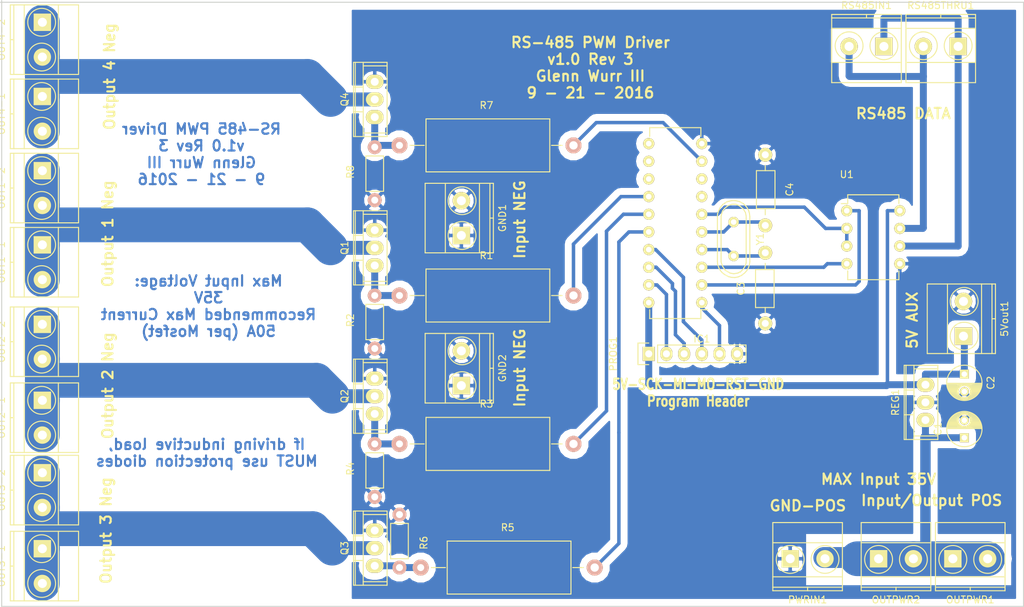
<source format=kicad_pcb>
(kicad_pcb (version 4) (host pcbnew 4.0.4-stable)

  (general
    (links 76)
    (no_connects 0)
    (area 73.135 64.118 221.055001 153.49786)
    (thickness 1.6)
    (drawings 20)
    (tracks 129)
    (zones 0)
    (modules 37)
    (nets 32)
  )

  (page A4)
  (layers
    (0 F.Cu signal hide)
    (31 B.Cu signal)
    (32 B.Adhes user)
    (33 F.Adhes user)
    (34 B.Paste user)
    (35 F.Paste user)
    (36 B.SilkS user)
    (37 F.SilkS user)
    (38 B.Mask user)
    (39 F.Mask user)
    (40 Dwgs.User user)
    (41 Cmts.User user)
    (42 Eco1.User user)
    (43 Eco2.User user)
    (44 Edge.Cuts user)
    (45 Margin user)
    (46 B.CrtYd user)
    (47 F.CrtYd user)
    (48 B.Fab user)
    (49 F.Fab user)
  )

  (setup
    (last_trace_width 0.5)
    (user_trace_width 0.5)
    (user_trace_width 1)
    (user_trace_width 1.5)
    (user_trace_width 2)
    (user_trace_width 2.5)
    (user_trace_width 3)
    (user_trace_width 5)
    (trace_clearance 0.2)
    (zone_clearance 1)
    (zone_45_only yes)
    (trace_min 0.2)
    (segment_width 0.2)
    (edge_width 0.15)
    (via_size 0.6)
    (via_drill 0.4)
    (via_min_size 0.4)
    (via_min_drill 0.3)
    (uvia_size 0.3)
    (uvia_drill 0.1)
    (uvias_allowed no)
    (uvia_min_size 0.2)
    (uvia_min_drill 0.1)
    (pcb_text_width 0.3)
    (pcb_text_size 1.5 1.5)
    (mod_edge_width 0.15)
    (mod_text_size 1 1)
    (mod_text_width 0.15)
    (pad_size 1.524 1.524)
    (pad_drill 0.762)
    (pad_to_mask_clearance 0.2)
    (aux_axis_origin 93.98 135.509)
    (grid_origin 94.234 135.255)
    (visible_elements FFFFFF7F)
    (pcbplotparams
      (layerselection 0x00000_80000000)
      (usegerberextensions false)
      (excludeedgelayer false)
      (linewidth 0.100000)
      (plotframeref false)
      (viasonmask false)
      (mode 1)
      (useauxorigin false)
      (hpglpennumber 1)
      (hpglpenspeed 20)
      (hpglpendiameter 15)
      (hpglpenoverlay 2)
      (psnegative true)
      (psa4output false)
      (plotreference false)
      (plotvalue false)
      (plotinvisibletext false)
      (padsonsilk false)
      (subtractmaskfromsilk false)
      (outputformat 2)
      (mirror false)
      (drillshape 2)
      (scaleselection 1)
      (outputdirectory ""))
  )

  (net 0 "")
  (net 1 VCC)
  (net 2 Earth)
  (net 3 +5V)
  (net 4 "Net-(C3-Pad2)")
  (net 5 "Net-(C4-Pad2)")
  (net 6 /RESET)
  (net 7 "Net-(IC1-Pad2)")
  (net 8 "Net-(IC1-Pad3)")
  (net 9 "Net-(IC1-Pad6)")
  (net 10 "Net-(IC1-Pad7)")
  (net 11 "Net-(IC1-Pad8)")
  (net 12 /PWM4)
  (net 13 "Net-(IC1-Pad11)")
  (net 14 "Net-(IC1-Pad12)")
  (net 15 /PWM1)
  (net 16 /PWM2)
  (net 17 /PWM3)
  (net 18 /MOSI)
  (net 19 /MISO)
  (net 20 /SCK)
  (net 21 /OUT1)
  (net 22 /OUT2)
  (net 23 /OUT3)
  (net 24 /OUT4)
  (net 25 "Net-(Q1-Pad1)")
  (net 26 "Net-(Q2-Pad1)")
  (net 27 "Net-(Q3-Pad1)")
  (net 28 "Net-(Q4-Pad1)")
  (net 29 /RS485A)
  (net 30 /RS485B)
  (net 31 "Net-(IC1-Pad13)")

  (net_class Default "This is the default net class."
    (clearance 0.2)
    (trace_width 0.25)
    (via_dia 0.6)
    (via_drill 0.4)
    (uvia_dia 0.3)
    (uvia_drill 0.1)
    (add_net +5V)
    (add_net /MISO)
    (add_net /MOSI)
    (add_net /OUT1)
    (add_net /OUT2)
    (add_net /OUT3)
    (add_net /OUT4)
    (add_net /PWM1)
    (add_net /PWM2)
    (add_net /PWM3)
    (add_net /PWM4)
    (add_net /RESET)
    (add_net /RS485A)
    (add_net /RS485B)
    (add_net /SCK)
    (add_net Earth)
    (add_net "Net-(C3-Pad2)")
    (add_net "Net-(C4-Pad2)")
    (add_net "Net-(IC1-Pad11)")
    (add_net "Net-(IC1-Pad12)")
    (add_net "Net-(IC1-Pad13)")
    (add_net "Net-(IC1-Pad2)")
    (add_net "Net-(IC1-Pad3)")
    (add_net "Net-(IC1-Pad6)")
    (add_net "Net-(IC1-Pad7)")
    (add_net "Net-(IC1-Pad8)")
    (add_net "Net-(Q1-Pad1)")
    (add_net "Net-(Q2-Pad1)")
    (add_net "Net-(Q3-Pad1)")
    (add_net "Net-(Q4-Pad1)")
    (add_net VCC)
  )

  (module Capacitors_ThroughHole:C_Radial_D5_L6_P2.5 placed (layer F.Cu) (tedit 0) (tstamp 57E22510)
    (at 212.471 127.254 90)
    (descr "Radial Electrolytic Capacitor Diameter 5mm x Length 6mm, Pitch 2.5mm")
    (tags "Electrolytic Capacitor")
    (path /57E24029)
    (fp_text reference C1 (at 1.25 -3.8 90) (layer F.SilkS)
      (effects (font (size 1 1) (thickness 0.15)))
    )
    (fp_text value 1uf (at 1.25 3.8 90) (layer F.Fab)
      (effects (font (size 1 1) (thickness 0.15)))
    )
    (fp_line (start 1.325 -2.499) (end 1.325 2.499) (layer F.SilkS) (width 0.15))
    (fp_line (start 1.465 -2.491) (end 1.465 2.491) (layer F.SilkS) (width 0.15))
    (fp_line (start 1.605 -2.475) (end 1.605 -0.095) (layer F.SilkS) (width 0.15))
    (fp_line (start 1.605 0.095) (end 1.605 2.475) (layer F.SilkS) (width 0.15))
    (fp_line (start 1.745 -2.451) (end 1.745 -0.49) (layer F.SilkS) (width 0.15))
    (fp_line (start 1.745 0.49) (end 1.745 2.451) (layer F.SilkS) (width 0.15))
    (fp_line (start 1.885 -2.418) (end 1.885 -0.657) (layer F.SilkS) (width 0.15))
    (fp_line (start 1.885 0.657) (end 1.885 2.418) (layer F.SilkS) (width 0.15))
    (fp_line (start 2.025 -2.377) (end 2.025 -0.764) (layer F.SilkS) (width 0.15))
    (fp_line (start 2.025 0.764) (end 2.025 2.377) (layer F.SilkS) (width 0.15))
    (fp_line (start 2.165 -2.327) (end 2.165 -0.835) (layer F.SilkS) (width 0.15))
    (fp_line (start 2.165 0.835) (end 2.165 2.327) (layer F.SilkS) (width 0.15))
    (fp_line (start 2.305 -2.266) (end 2.305 -0.879) (layer F.SilkS) (width 0.15))
    (fp_line (start 2.305 0.879) (end 2.305 2.266) (layer F.SilkS) (width 0.15))
    (fp_line (start 2.445 -2.196) (end 2.445 -0.898) (layer F.SilkS) (width 0.15))
    (fp_line (start 2.445 0.898) (end 2.445 2.196) (layer F.SilkS) (width 0.15))
    (fp_line (start 2.585 -2.114) (end 2.585 -0.896) (layer F.SilkS) (width 0.15))
    (fp_line (start 2.585 0.896) (end 2.585 2.114) (layer F.SilkS) (width 0.15))
    (fp_line (start 2.725 -2.019) (end 2.725 -0.871) (layer F.SilkS) (width 0.15))
    (fp_line (start 2.725 0.871) (end 2.725 2.019) (layer F.SilkS) (width 0.15))
    (fp_line (start 2.865 -1.908) (end 2.865 -0.823) (layer F.SilkS) (width 0.15))
    (fp_line (start 2.865 0.823) (end 2.865 1.908) (layer F.SilkS) (width 0.15))
    (fp_line (start 3.005 -1.78) (end 3.005 -0.745) (layer F.SilkS) (width 0.15))
    (fp_line (start 3.005 0.745) (end 3.005 1.78) (layer F.SilkS) (width 0.15))
    (fp_line (start 3.145 -1.631) (end 3.145 -0.628) (layer F.SilkS) (width 0.15))
    (fp_line (start 3.145 0.628) (end 3.145 1.631) (layer F.SilkS) (width 0.15))
    (fp_line (start 3.285 -1.452) (end 3.285 -0.44) (layer F.SilkS) (width 0.15))
    (fp_line (start 3.285 0.44) (end 3.285 1.452) (layer F.SilkS) (width 0.15))
    (fp_line (start 3.425 -1.233) (end 3.425 1.233) (layer F.SilkS) (width 0.15))
    (fp_line (start 3.565 -0.944) (end 3.565 0.944) (layer F.SilkS) (width 0.15))
    (fp_line (start 3.705 -0.472) (end 3.705 0.472) (layer F.SilkS) (width 0.15))
    (fp_circle (center 2.5 0) (end 2.5 -0.9) (layer F.SilkS) (width 0.15))
    (fp_circle (center 1.25 0) (end 1.25 -2.5375) (layer F.SilkS) (width 0.15))
    (fp_circle (center 1.25 0) (end 1.25 -2.8) (layer F.CrtYd) (width 0.05))
    (pad 1 thru_hole rect (at 0 0 90) (size 1.3 1.3) (drill 0.8) (layers *.Cu *.Mask F.SilkS)
      (net 1 VCC))
    (pad 2 thru_hole circle (at 2.5 0 90) (size 1.3 1.3) (drill 0.8) (layers *.Cu *.Mask F.SilkS)
      (net 2 Earth))
    (model Capacitors_ThroughHole.3dshapes/C_Radial_D5_L6_P2.5.wrl
      (at (xyz 0.0492126 0 0))
      (scale (xyz 1 1 1))
      (rotate (xyz 0 0 90))
    )
  )

  (module Capacitors_ThroughHole:C_Radial_D5_L6_P2.5 placed (layer F.Cu) (tedit 0) (tstamp 57E22516)
    (at 212.471 118.11 270)
    (descr "Radial Electrolytic Capacitor Diameter 5mm x Length 6mm, Pitch 2.5mm")
    (tags "Electrolytic Capacitor")
    (path /57E24060)
    (fp_text reference C2 (at 1.25 -3.8 270) (layer F.SilkS)
      (effects (font (size 1 1) (thickness 0.15)))
    )
    (fp_text value 10uf (at 1.25 3.8 270) (layer F.Fab)
      (effects (font (size 1 1) (thickness 0.15)))
    )
    (fp_line (start 1.325 -2.499) (end 1.325 2.499) (layer F.SilkS) (width 0.15))
    (fp_line (start 1.465 -2.491) (end 1.465 2.491) (layer F.SilkS) (width 0.15))
    (fp_line (start 1.605 -2.475) (end 1.605 -0.095) (layer F.SilkS) (width 0.15))
    (fp_line (start 1.605 0.095) (end 1.605 2.475) (layer F.SilkS) (width 0.15))
    (fp_line (start 1.745 -2.451) (end 1.745 -0.49) (layer F.SilkS) (width 0.15))
    (fp_line (start 1.745 0.49) (end 1.745 2.451) (layer F.SilkS) (width 0.15))
    (fp_line (start 1.885 -2.418) (end 1.885 -0.657) (layer F.SilkS) (width 0.15))
    (fp_line (start 1.885 0.657) (end 1.885 2.418) (layer F.SilkS) (width 0.15))
    (fp_line (start 2.025 -2.377) (end 2.025 -0.764) (layer F.SilkS) (width 0.15))
    (fp_line (start 2.025 0.764) (end 2.025 2.377) (layer F.SilkS) (width 0.15))
    (fp_line (start 2.165 -2.327) (end 2.165 -0.835) (layer F.SilkS) (width 0.15))
    (fp_line (start 2.165 0.835) (end 2.165 2.327) (layer F.SilkS) (width 0.15))
    (fp_line (start 2.305 -2.266) (end 2.305 -0.879) (layer F.SilkS) (width 0.15))
    (fp_line (start 2.305 0.879) (end 2.305 2.266) (layer F.SilkS) (width 0.15))
    (fp_line (start 2.445 -2.196) (end 2.445 -0.898) (layer F.SilkS) (width 0.15))
    (fp_line (start 2.445 0.898) (end 2.445 2.196) (layer F.SilkS) (width 0.15))
    (fp_line (start 2.585 -2.114) (end 2.585 -0.896) (layer F.SilkS) (width 0.15))
    (fp_line (start 2.585 0.896) (end 2.585 2.114) (layer F.SilkS) (width 0.15))
    (fp_line (start 2.725 -2.019) (end 2.725 -0.871) (layer F.SilkS) (width 0.15))
    (fp_line (start 2.725 0.871) (end 2.725 2.019) (layer F.SilkS) (width 0.15))
    (fp_line (start 2.865 -1.908) (end 2.865 -0.823) (layer F.SilkS) (width 0.15))
    (fp_line (start 2.865 0.823) (end 2.865 1.908) (layer F.SilkS) (width 0.15))
    (fp_line (start 3.005 -1.78) (end 3.005 -0.745) (layer F.SilkS) (width 0.15))
    (fp_line (start 3.005 0.745) (end 3.005 1.78) (layer F.SilkS) (width 0.15))
    (fp_line (start 3.145 -1.631) (end 3.145 -0.628) (layer F.SilkS) (width 0.15))
    (fp_line (start 3.145 0.628) (end 3.145 1.631) (layer F.SilkS) (width 0.15))
    (fp_line (start 3.285 -1.452) (end 3.285 -0.44) (layer F.SilkS) (width 0.15))
    (fp_line (start 3.285 0.44) (end 3.285 1.452) (layer F.SilkS) (width 0.15))
    (fp_line (start 3.425 -1.233) (end 3.425 1.233) (layer F.SilkS) (width 0.15))
    (fp_line (start 3.565 -0.944) (end 3.565 0.944) (layer F.SilkS) (width 0.15))
    (fp_line (start 3.705 -0.472) (end 3.705 0.472) (layer F.SilkS) (width 0.15))
    (fp_circle (center 2.5 0) (end 2.5 -0.9) (layer F.SilkS) (width 0.15))
    (fp_circle (center 1.25 0) (end 1.25 -2.5375) (layer F.SilkS) (width 0.15))
    (fp_circle (center 1.25 0) (end 1.25 -2.8) (layer F.CrtYd) (width 0.05))
    (pad 1 thru_hole rect (at 0 0 270) (size 1.3 1.3) (drill 0.8) (layers *.Cu *.Mask F.SilkS)
      (net 3 +5V))
    (pad 2 thru_hole circle (at 2.5 0 270) (size 1.3 1.3) (drill 0.8) (layers *.Cu *.Mask F.SilkS)
      (net 2 Earth))
    (model Capacitors_ThroughHole.3dshapes/C_Radial_D5_L6_P2.5.wrl
      (at (xyz 0.0492126 0 0))
      (scale (xyz 1 1 1))
      (rotate (xyz 0 0 90))
    )
  )

  (module Housings_DIP:DIP-20_W7.62mm placed (layer F.Cu) (tedit 54130A77) (tstamp 57E2253A)
    (at 174.752 107.823 180)
    (descr "20-lead dip package, row spacing 7.62 mm (300 mils)")
    (tags "dil dip 2.54 300")
    (path /57E215F5)
    (fp_text reference IC1 (at 0 -5.22 180) (layer F.SilkS)
      (effects (font (size 1 1) (thickness 0.15)))
    )
    (fp_text value ATTINY2313A-P (at 0 -3.72 180) (layer F.Fab)
      (effects (font (size 1 1) (thickness 0.15)))
    )
    (fp_line (start -1.05 -2.45) (end -1.05 25.35) (layer F.CrtYd) (width 0.05))
    (fp_line (start 8.65 -2.45) (end 8.65 25.35) (layer F.CrtYd) (width 0.05))
    (fp_line (start -1.05 -2.45) (end 8.65 -2.45) (layer F.CrtYd) (width 0.05))
    (fp_line (start -1.05 25.35) (end 8.65 25.35) (layer F.CrtYd) (width 0.05))
    (fp_line (start 0.135 -2.295) (end 0.135 -1.025) (layer F.SilkS) (width 0.15))
    (fp_line (start 7.485 -2.295) (end 7.485 -1.025) (layer F.SilkS) (width 0.15))
    (fp_line (start 7.485 25.155) (end 7.485 23.885) (layer F.SilkS) (width 0.15))
    (fp_line (start 0.135 25.155) (end 0.135 23.885) (layer F.SilkS) (width 0.15))
    (fp_line (start 0.135 -2.295) (end 7.485 -2.295) (layer F.SilkS) (width 0.15))
    (fp_line (start 0.135 25.155) (end 7.485 25.155) (layer F.SilkS) (width 0.15))
    (fp_line (start 0.135 -1.025) (end -0.8 -1.025) (layer F.SilkS) (width 0.15))
    (pad 1 thru_hole oval (at 0 0 180) (size 1.6 1.6) (drill 0.8) (layers *.Cu *.Mask F.SilkS)
      (net 6 /RESET))
    (pad 2 thru_hole oval (at 0 2.54 180) (size 1.6 1.6) (drill 0.8) (layers *.Cu *.Mask F.SilkS)
      (net 7 "Net-(IC1-Pad2)"))
    (pad 3 thru_hole oval (at 0 5.08 180) (size 1.6 1.6) (drill 0.8) (layers *.Cu *.Mask F.SilkS)
      (net 8 "Net-(IC1-Pad3)"))
    (pad 4 thru_hole oval (at 0 7.62 180) (size 1.6 1.6) (drill 0.8) (layers *.Cu *.Mask F.SilkS)
      (net 4 "Net-(C3-Pad2)"))
    (pad 5 thru_hole oval (at 0 10.16 180) (size 1.6 1.6) (drill 0.8) (layers *.Cu *.Mask F.SilkS)
      (net 5 "Net-(C4-Pad2)"))
    (pad 6 thru_hole oval (at 0 12.7 180) (size 1.6 1.6) (drill 0.8) (layers *.Cu *.Mask F.SilkS)
      (net 9 "Net-(IC1-Pad6)"))
    (pad 7 thru_hole oval (at 0 15.24 180) (size 1.6 1.6) (drill 0.8) (layers *.Cu *.Mask F.SilkS)
      (net 10 "Net-(IC1-Pad7)"))
    (pad 8 thru_hole oval (at 0 17.78 180) (size 1.6 1.6) (drill 0.8) (layers *.Cu *.Mask F.SilkS)
      (net 11 "Net-(IC1-Pad8)"))
    (pad 9 thru_hole oval (at 0 20.32 180) (size 1.6 1.6) (drill 0.8) (layers *.Cu *.Mask F.SilkS)
      (net 12 /PWM4))
    (pad 10 thru_hole oval (at 0 22.86 180) (size 1.6 1.6) (drill 0.8) (layers *.Cu *.Mask F.SilkS)
      (net 2 Earth))
    (pad 11 thru_hole oval (at 7.62 22.86 180) (size 1.6 1.6) (drill 0.8) (layers *.Cu *.Mask F.SilkS)
      (net 13 "Net-(IC1-Pad11)"))
    (pad 12 thru_hole oval (at 7.62 20.32 180) (size 1.6 1.6) (drill 0.8) (layers *.Cu *.Mask F.SilkS)
      (net 14 "Net-(IC1-Pad12)"))
    (pad 13 thru_hole oval (at 7.62 17.78 180) (size 1.6 1.6) (drill 0.8) (layers *.Cu *.Mask F.SilkS)
      (net 31 "Net-(IC1-Pad13)"))
    (pad 14 thru_hole oval (at 7.62 15.24 180) (size 1.6 1.6) (drill 0.8) (layers *.Cu *.Mask F.SilkS)
      (net 15 /PWM1))
    (pad 15 thru_hole oval (at 7.62 12.7 180) (size 1.6 1.6) (drill 0.8) (layers *.Cu *.Mask F.SilkS)
      (net 16 /PWM2))
    (pad 16 thru_hole oval (at 7.62 10.16 180) (size 1.6 1.6) (drill 0.8) (layers *.Cu *.Mask F.SilkS)
      (net 17 /PWM3))
    (pad 17 thru_hole oval (at 7.62 7.62 180) (size 1.6 1.6) (drill 0.8) (layers *.Cu *.Mask F.SilkS)
      (net 18 /MOSI))
    (pad 18 thru_hole oval (at 7.62 5.08 180) (size 1.6 1.6) (drill 0.8) (layers *.Cu *.Mask F.SilkS)
      (net 19 /MISO))
    (pad 19 thru_hole oval (at 7.62 2.54 180) (size 1.6 1.6) (drill 0.8) (layers *.Cu *.Mask F.SilkS)
      (net 20 /SCK))
    (pad 20 thru_hole oval (at 7.62 0 180) (size 1.6 1.6) (drill 0.8) (layers *.Cu *.Mask F.SilkS)
      (net 3 +5V))
    (model Housings_DIP.3dshapes/DIP-20_W7.62mm.wrl
      (at (xyz 0 0 0))
      (scale (xyz 1 1 1))
      (rotate (xyz 0 0 0))
    )
  )

  (module Terminal_Blocks:TerminalBlock_Pheonix_MKDS1.5-2pol placed (layer F.Cu) (tedit 563007E4) (tstamp 57E2254C)
    (at 210.82 144.653)
    (descr "2-way 5mm pitch terminal block, Phoenix MKDS series")
    (path /57E301C5)
    (fp_text reference OUTPWR1 (at 2.5 5.9) (layer F.SilkS)
      (effects (font (size 1 1) (thickness 0.15)))
    )
    (fp_text value CONN_01X02 (at 2.5 -6.6) (layer F.Fab)
      (effects (font (size 1 1) (thickness 0.15)))
    )
    (fp_line (start -2.7 -5.4) (end 7.7 -5.4) (layer F.CrtYd) (width 0.05))
    (fp_line (start -2.7 4.8) (end -2.7 -5.4) (layer F.CrtYd) (width 0.05))
    (fp_line (start 7.7 4.8) (end -2.7 4.8) (layer F.CrtYd) (width 0.05))
    (fp_line (start 7.7 -5.4) (end 7.7 4.8) (layer F.CrtYd) (width 0.05))
    (fp_line (start 2.5 4.1) (end 2.5 4.6) (layer F.SilkS) (width 0.15))
    (fp_circle (center 5 0.1) (end 3 0.1) (layer F.SilkS) (width 0.15))
    (fp_circle (center 0 0.1) (end 2 0.1) (layer F.SilkS) (width 0.15))
    (fp_line (start -2.5 2.6) (end 7.5 2.6) (layer F.SilkS) (width 0.15))
    (fp_line (start -2.5 -2.3) (end 7.5 -2.3) (layer F.SilkS) (width 0.15))
    (fp_line (start -2.5 4.1) (end 7.5 4.1) (layer F.SilkS) (width 0.15))
    (fp_line (start -2.5 4.6) (end 7.5 4.6) (layer F.SilkS) (width 0.15))
    (fp_line (start 7.5 4.6) (end 7.5 -5.2) (layer F.SilkS) (width 0.15))
    (fp_line (start 7.5 -5.2) (end -2.5 -5.2) (layer F.SilkS) (width 0.15))
    (fp_line (start -2.5 -5.2) (end -2.5 4.6) (layer F.SilkS) (width 0.15))
    (pad 1 thru_hole rect (at 0 0) (size 2.5 2.5) (drill 1.3) (layers *.Cu *.Mask F.SilkS)
      (net 1 VCC))
    (pad 2 thru_hole circle (at 5 0) (size 2.5 2.5) (drill 1.3) (layers *.Cu *.Mask F.SilkS)
      (net 1 VCC))
    (model Terminal_Blocks.3dshapes/TerminalBlock_Pheonix_MKDS1.5-2pol.wrl
      (at (xyz 0.0984 0 0))
      (scale (xyz 1 1 1))
      (rotate (xyz 0 0 0))
    )
  )

  (module Terminal_Blocks:TerminalBlock_Pheonix_MKDS1.5-2pol placed (layer F.Cu) (tedit 563007E4) (tstamp 57E22552)
    (at 200.152 144.653)
    (descr "2-way 5mm pitch terminal block, Phoenix MKDS series")
    (path /57E6F068)
    (fp_text reference OUTPWR2 (at 2.5 5.9) (layer F.SilkS)
      (effects (font (size 1 1) (thickness 0.15)))
    )
    (fp_text value CONN_01X02 (at 2.5 -6.6) (layer F.Fab)
      (effects (font (size 1 1) (thickness 0.15)))
    )
    (fp_line (start -2.7 -5.4) (end 7.7 -5.4) (layer F.CrtYd) (width 0.05))
    (fp_line (start -2.7 4.8) (end -2.7 -5.4) (layer F.CrtYd) (width 0.05))
    (fp_line (start 7.7 4.8) (end -2.7 4.8) (layer F.CrtYd) (width 0.05))
    (fp_line (start 7.7 -5.4) (end 7.7 4.8) (layer F.CrtYd) (width 0.05))
    (fp_line (start 2.5 4.1) (end 2.5 4.6) (layer F.SilkS) (width 0.15))
    (fp_circle (center 5 0.1) (end 3 0.1) (layer F.SilkS) (width 0.15))
    (fp_circle (center 0 0.1) (end 2 0.1) (layer F.SilkS) (width 0.15))
    (fp_line (start -2.5 2.6) (end 7.5 2.6) (layer F.SilkS) (width 0.15))
    (fp_line (start -2.5 -2.3) (end 7.5 -2.3) (layer F.SilkS) (width 0.15))
    (fp_line (start -2.5 4.1) (end 7.5 4.1) (layer F.SilkS) (width 0.15))
    (fp_line (start -2.5 4.6) (end 7.5 4.6) (layer F.SilkS) (width 0.15))
    (fp_line (start 7.5 4.6) (end 7.5 -5.2) (layer F.SilkS) (width 0.15))
    (fp_line (start 7.5 -5.2) (end -2.5 -5.2) (layer F.SilkS) (width 0.15))
    (fp_line (start -2.5 -5.2) (end -2.5 4.6) (layer F.SilkS) (width 0.15))
    (pad 1 thru_hole rect (at 0 0) (size 2.5 2.5) (drill 1.3) (layers *.Cu *.Mask F.SilkS)
      (net 1 VCC))
    (pad 2 thru_hole circle (at 5 0) (size 2.5 2.5) (drill 1.3) (layers *.Cu *.Mask F.SilkS)
      (net 1 VCC))
    (model Terminal_Blocks.3dshapes/TerminalBlock_Pheonix_MKDS1.5-2pol.wrl
      (at (xyz 0.0984 0 0))
      (scale (xyz 1 1 1))
      (rotate (xyz 0 0 0))
    )
  )

  (module Terminal_Blocks:TerminalBlock_Pheonix_MKDS1.5-2pol placed (layer F.Cu) (tedit 563007E4) (tstamp 57E22562)
    (at 187.452 144.653)
    (descr "2-way 5mm pitch terminal block, Phoenix MKDS series")
    (path /57E23F09)
    (fp_text reference PWRIN1 (at 2.5 5.9) (layer F.SilkS)
      (effects (font (size 1 1) (thickness 0.15)))
    )
    (fp_text value CONN_01X02 (at 2.5 -6.6) (layer F.Fab)
      (effects (font (size 1 1) (thickness 0.15)))
    )
    (fp_line (start -2.7 -5.4) (end 7.7 -5.4) (layer F.CrtYd) (width 0.05))
    (fp_line (start -2.7 4.8) (end -2.7 -5.4) (layer F.CrtYd) (width 0.05))
    (fp_line (start 7.7 4.8) (end -2.7 4.8) (layer F.CrtYd) (width 0.05))
    (fp_line (start 7.7 -5.4) (end 7.7 4.8) (layer F.CrtYd) (width 0.05))
    (fp_line (start 2.5 4.1) (end 2.5 4.6) (layer F.SilkS) (width 0.15))
    (fp_circle (center 5 0.1) (end 3 0.1) (layer F.SilkS) (width 0.15))
    (fp_circle (center 0 0.1) (end 2 0.1) (layer F.SilkS) (width 0.15))
    (fp_line (start -2.5 2.6) (end 7.5 2.6) (layer F.SilkS) (width 0.15))
    (fp_line (start -2.5 -2.3) (end 7.5 -2.3) (layer F.SilkS) (width 0.15))
    (fp_line (start -2.5 4.1) (end 7.5 4.1) (layer F.SilkS) (width 0.15))
    (fp_line (start -2.5 4.6) (end 7.5 4.6) (layer F.SilkS) (width 0.15))
    (fp_line (start 7.5 4.6) (end 7.5 -5.2) (layer F.SilkS) (width 0.15))
    (fp_line (start 7.5 -5.2) (end -2.5 -5.2) (layer F.SilkS) (width 0.15))
    (fp_line (start -2.5 -5.2) (end -2.5 4.6) (layer F.SilkS) (width 0.15))
    (pad 1 thru_hole rect (at 0 0) (size 2.5 2.5) (drill 1.3) (layers *.Cu *.Mask F.SilkS)
      (net 2 Earth))
    (pad 2 thru_hole circle (at 5 0) (size 2.5 2.5) (drill 1.3) (layers *.Cu *.Mask F.SilkS)
      (net 1 VCC))
    (model Terminal_Blocks.3dshapes/TerminalBlock_Pheonix_MKDS1.5-2pol.wrl
      (at (xyz 0.0984 0 0))
      (scale (xyz 1 1 1))
      (rotate (xyz 0 0 0))
    )
  )

  (module Power_Integrations:TO-220 placed (layer F.Cu) (tedit 0) (tstamp 57E22569)
    (at 127.762 99.949 90)
    (descr "Non Isolated JEDEC TO-220 Package")
    (tags "Power Integration YN Package")
    (path /57E27F05)
    (fp_text reference Q1 (at 0 -4.318 90) (layer F.SilkS)
      (effects (font (size 1 1) (thickness 0.15)))
    )
    (fp_text value IRF540N (at 0 -4.318 90) (layer F.Fab)
      (effects (font (size 1 1) (thickness 0.15)))
    )
    (fp_line (start 4.826 -1.651) (end 4.826 1.778) (layer F.SilkS) (width 0.15))
    (fp_line (start -4.826 -1.651) (end -4.826 1.778) (layer F.SilkS) (width 0.15))
    (fp_line (start 5.334 -2.794) (end -5.334 -2.794) (layer F.SilkS) (width 0.15))
    (fp_line (start 1.778 -1.778) (end 1.778 -3.048) (layer F.SilkS) (width 0.15))
    (fp_line (start -1.778 -1.778) (end -1.778 -3.048) (layer F.SilkS) (width 0.15))
    (fp_line (start -5.334 -1.651) (end 5.334 -1.651) (layer F.SilkS) (width 0.15))
    (fp_line (start 5.334 1.778) (end -5.334 1.778) (layer F.SilkS) (width 0.15))
    (fp_line (start -5.334 -3.048) (end -5.334 1.778) (layer F.SilkS) (width 0.15))
    (fp_line (start 5.334 -3.048) (end 5.334 1.778) (layer F.SilkS) (width 0.15))
    (fp_line (start 5.334 -3.048) (end -5.334 -3.048) (layer F.SilkS) (width 0.15))
    (pad 2 thru_hole oval (at 0 0 90) (size 2.032 2.54) (drill 1.143) (layers *.Cu *.Mask F.SilkS)
      (net 21 /OUT1))
    (pad 3 thru_hole oval (at 2.54 0 90) (size 2.032 2.54) (drill 1.143) (layers *.Cu *.Mask F.SilkS)
      (net 2 Earth))
    (pad 1 thru_hole oval (at -2.54 0 90) (size 2.032 2.54) (drill 1.143) (layers *.Cu *.Mask F.SilkS)
      (net 25 "Net-(Q1-Pad1)"))
  )

  (module Power_Integrations:TO-220 placed (layer F.Cu) (tedit 0) (tstamp 57E22570)
    (at 127.762 121.285 90)
    (descr "Non Isolated JEDEC TO-220 Package")
    (tags "Power Integration YN Package")
    (path /57E27F23)
    (fp_text reference Q2 (at 0 -4.318 90) (layer F.SilkS)
      (effects (font (size 1 1) (thickness 0.15)))
    )
    (fp_text value IRF540N (at 0 -4.318 90) (layer F.Fab)
      (effects (font (size 1 1) (thickness 0.15)))
    )
    (fp_line (start 4.826 -1.651) (end 4.826 1.778) (layer F.SilkS) (width 0.15))
    (fp_line (start -4.826 -1.651) (end -4.826 1.778) (layer F.SilkS) (width 0.15))
    (fp_line (start 5.334 -2.794) (end -5.334 -2.794) (layer F.SilkS) (width 0.15))
    (fp_line (start 1.778 -1.778) (end 1.778 -3.048) (layer F.SilkS) (width 0.15))
    (fp_line (start -1.778 -1.778) (end -1.778 -3.048) (layer F.SilkS) (width 0.15))
    (fp_line (start -5.334 -1.651) (end 5.334 -1.651) (layer F.SilkS) (width 0.15))
    (fp_line (start 5.334 1.778) (end -5.334 1.778) (layer F.SilkS) (width 0.15))
    (fp_line (start -5.334 -3.048) (end -5.334 1.778) (layer F.SilkS) (width 0.15))
    (fp_line (start 5.334 -3.048) (end 5.334 1.778) (layer F.SilkS) (width 0.15))
    (fp_line (start 5.334 -3.048) (end -5.334 -3.048) (layer F.SilkS) (width 0.15))
    (pad 2 thru_hole oval (at 0 0 90) (size 2.032 2.54) (drill 1.143) (layers *.Cu *.Mask F.SilkS)
      (net 22 /OUT2))
    (pad 3 thru_hole oval (at 2.54 0 90) (size 2.032 2.54) (drill 1.143) (layers *.Cu *.Mask F.SilkS)
      (net 2 Earth))
    (pad 1 thru_hole oval (at -2.54 0 90) (size 2.032 2.54) (drill 1.143) (layers *.Cu *.Mask F.SilkS)
      (net 26 "Net-(Q2-Pad1)"))
  )

  (module Power_Integrations:TO-220 placed (layer F.Cu) (tedit 0) (tstamp 57E22577)
    (at 127.762 143.129 90)
    (descr "Non Isolated JEDEC TO-220 Package")
    (tags "Power Integration YN Package")
    (path /57E2663E)
    (fp_text reference Q3 (at 0 -4.318 90) (layer F.SilkS)
      (effects (font (size 1 1) (thickness 0.15)))
    )
    (fp_text value IRF540N (at 0 -4.318 90) (layer F.Fab)
      (effects (font (size 1 1) (thickness 0.15)))
    )
    (fp_line (start 4.826 -1.651) (end 4.826 1.778) (layer F.SilkS) (width 0.15))
    (fp_line (start -4.826 -1.651) (end -4.826 1.778) (layer F.SilkS) (width 0.15))
    (fp_line (start 5.334 -2.794) (end -5.334 -2.794) (layer F.SilkS) (width 0.15))
    (fp_line (start 1.778 -1.778) (end 1.778 -3.048) (layer F.SilkS) (width 0.15))
    (fp_line (start -1.778 -1.778) (end -1.778 -3.048) (layer F.SilkS) (width 0.15))
    (fp_line (start -5.334 -1.651) (end 5.334 -1.651) (layer F.SilkS) (width 0.15))
    (fp_line (start 5.334 1.778) (end -5.334 1.778) (layer F.SilkS) (width 0.15))
    (fp_line (start -5.334 -3.048) (end -5.334 1.778) (layer F.SilkS) (width 0.15))
    (fp_line (start 5.334 -3.048) (end 5.334 1.778) (layer F.SilkS) (width 0.15))
    (fp_line (start 5.334 -3.048) (end -5.334 -3.048) (layer F.SilkS) (width 0.15))
    (pad 2 thru_hole oval (at 0 0 90) (size 2.032 2.54) (drill 1.143) (layers *.Cu *.Mask F.SilkS)
      (net 23 /OUT3))
    (pad 3 thru_hole oval (at 2.54 0 90) (size 2.032 2.54) (drill 1.143) (layers *.Cu *.Mask F.SilkS)
      (net 2 Earth))
    (pad 1 thru_hole oval (at -2.54 0 90) (size 2.032 2.54) (drill 1.143) (layers *.Cu *.Mask F.SilkS)
      (net 27 "Net-(Q3-Pad1)"))
  )

  (module Power_Integrations:TO-220 placed (layer F.Cu) (tedit 0) (tstamp 57E2257E)
    (at 127.762 78.613 90)
    (descr "Non Isolated JEDEC TO-220 Package")
    (tags "Power Integration YN Package")
    (path /57E27182)
    (fp_text reference Q4 (at 0 -4.318 90) (layer F.SilkS)
      (effects (font (size 1 1) (thickness 0.15)))
    )
    (fp_text value IRF540N (at 0 -4.318 90) (layer F.Fab)
      (effects (font (size 1 1) (thickness 0.15)))
    )
    (fp_line (start 4.826 -1.651) (end 4.826 1.778) (layer F.SilkS) (width 0.15))
    (fp_line (start -4.826 -1.651) (end -4.826 1.778) (layer F.SilkS) (width 0.15))
    (fp_line (start 5.334 -2.794) (end -5.334 -2.794) (layer F.SilkS) (width 0.15))
    (fp_line (start 1.778 -1.778) (end 1.778 -3.048) (layer F.SilkS) (width 0.15))
    (fp_line (start -1.778 -1.778) (end -1.778 -3.048) (layer F.SilkS) (width 0.15))
    (fp_line (start -5.334 -1.651) (end 5.334 -1.651) (layer F.SilkS) (width 0.15))
    (fp_line (start 5.334 1.778) (end -5.334 1.778) (layer F.SilkS) (width 0.15))
    (fp_line (start -5.334 -3.048) (end -5.334 1.778) (layer F.SilkS) (width 0.15))
    (fp_line (start 5.334 -3.048) (end 5.334 1.778) (layer F.SilkS) (width 0.15))
    (fp_line (start 5.334 -3.048) (end -5.334 -3.048) (layer F.SilkS) (width 0.15))
    (pad 2 thru_hole oval (at 0 0 90) (size 2.032 2.54) (drill 1.143) (layers *.Cu *.Mask F.SilkS)
      (net 24 /OUT4))
    (pad 3 thru_hole oval (at 2.54 0 90) (size 2.032 2.54) (drill 1.143) (layers *.Cu *.Mask F.SilkS)
      (net 2 Earth))
    (pad 1 thru_hole oval (at -2.54 0 90) (size 2.032 2.54) (drill 1.143) (layers *.Cu *.Mask F.SilkS)
      (net 28 "Net-(Q4-Pad1)"))
  )

  (module Resistors_ThroughHole:Resistor_Horizontal_RM7mm placed (layer F.Cu) (tedit 569FCF07) (tstamp 57E2258A)
    (at 127.762 114.427 90)
    (descr "Resistor, Axial,  RM 7.62mm, 1/3W,")
    (tags "Resistor Axial RM 7.62mm 1/3W R3")
    (path /57E27F11)
    (fp_text reference R2 (at 4.05892 -3.50012 90) (layer F.SilkS)
      (effects (font (size 1 1) (thickness 0.15)))
    )
    (fp_text value 2.2k (at 3.81 3.81 90) (layer F.Fab)
      (effects (font (size 1 1) (thickness 0.15)))
    )
    (fp_line (start -1.25 -1.5) (end 8.85 -1.5) (layer F.CrtYd) (width 0.05))
    (fp_line (start -1.25 1.5) (end -1.25 -1.5) (layer F.CrtYd) (width 0.05))
    (fp_line (start 8.85 -1.5) (end 8.85 1.5) (layer F.CrtYd) (width 0.05))
    (fp_line (start -1.25 1.5) (end 8.85 1.5) (layer F.CrtYd) (width 0.05))
    (fp_line (start 1.27 -1.27) (end 6.35 -1.27) (layer F.SilkS) (width 0.15))
    (fp_line (start 6.35 -1.27) (end 6.35 1.27) (layer F.SilkS) (width 0.15))
    (fp_line (start 6.35 1.27) (end 1.27 1.27) (layer F.SilkS) (width 0.15))
    (fp_line (start 1.27 1.27) (end 1.27 -1.27) (layer F.SilkS) (width 0.15))
    (pad 1 thru_hole circle (at 0 0 90) (size 1.99898 1.99898) (drill 1.00076) (layers *.Cu *.SilkS *.Mask)
      (net 2 Earth))
    (pad 2 thru_hole circle (at 7.62 0 90) (size 1.99898 1.99898) (drill 1.00076) (layers *.Cu *.SilkS *.Mask)
      (net 25 "Net-(Q1-Pad1)"))
  )

  (module Resistors_ThroughHole:Resistor_Horizontal_RM7mm placed (layer F.Cu) (tedit 569FCF07) (tstamp 57E22596)
    (at 127.762 135.763 90)
    (descr "Resistor, Axial,  RM 7.62mm, 1/3W,")
    (tags "Resistor Axial RM 7.62mm 1/3W R3")
    (path /57E27F2F)
    (fp_text reference R4 (at 4.05892 -3.50012 90) (layer F.SilkS)
      (effects (font (size 1 1) (thickness 0.15)))
    )
    (fp_text value 2.2k (at 3.81 3.81 90) (layer F.Fab)
      (effects (font (size 1 1) (thickness 0.15)))
    )
    (fp_line (start -1.25 -1.5) (end 8.85 -1.5) (layer F.CrtYd) (width 0.05))
    (fp_line (start -1.25 1.5) (end -1.25 -1.5) (layer F.CrtYd) (width 0.05))
    (fp_line (start 8.85 -1.5) (end 8.85 1.5) (layer F.CrtYd) (width 0.05))
    (fp_line (start -1.25 1.5) (end 8.85 1.5) (layer F.CrtYd) (width 0.05))
    (fp_line (start 1.27 -1.27) (end 6.35 -1.27) (layer F.SilkS) (width 0.15))
    (fp_line (start 6.35 -1.27) (end 6.35 1.27) (layer F.SilkS) (width 0.15))
    (fp_line (start 6.35 1.27) (end 1.27 1.27) (layer F.SilkS) (width 0.15))
    (fp_line (start 1.27 1.27) (end 1.27 -1.27) (layer F.SilkS) (width 0.15))
    (pad 1 thru_hole circle (at 0 0 90) (size 1.99898 1.99898) (drill 1.00076) (layers *.Cu *.SilkS *.Mask)
      (net 2 Earth))
    (pad 2 thru_hole circle (at 7.62 0 90) (size 1.99898 1.99898) (drill 1.00076) (layers *.Cu *.SilkS *.Mask)
      (net 26 "Net-(Q2-Pad1)"))
  )

  (module Resistors_ThroughHole:Resistor_Horizontal_RM7mm placed (layer F.Cu) (tedit 569FCF07) (tstamp 57E225A2)
    (at 131.318 138.303 270)
    (descr "Resistor, Axial,  RM 7.62mm, 1/3W,")
    (tags "Resistor Axial RM 7.62mm 1/3W R3")
    (path /57E26C19)
    (fp_text reference R6 (at 4.05892 -3.50012 270) (layer F.SilkS)
      (effects (font (size 1 1) (thickness 0.15)))
    )
    (fp_text value 2.2k (at 3.81 3.81 270) (layer F.Fab)
      (effects (font (size 1 1) (thickness 0.15)))
    )
    (fp_line (start -1.25 -1.5) (end 8.85 -1.5) (layer F.CrtYd) (width 0.05))
    (fp_line (start -1.25 1.5) (end -1.25 -1.5) (layer F.CrtYd) (width 0.05))
    (fp_line (start 8.85 -1.5) (end 8.85 1.5) (layer F.CrtYd) (width 0.05))
    (fp_line (start -1.25 1.5) (end 8.85 1.5) (layer F.CrtYd) (width 0.05))
    (fp_line (start 1.27 -1.27) (end 6.35 -1.27) (layer F.SilkS) (width 0.15))
    (fp_line (start 6.35 -1.27) (end 6.35 1.27) (layer F.SilkS) (width 0.15))
    (fp_line (start 6.35 1.27) (end 1.27 1.27) (layer F.SilkS) (width 0.15))
    (fp_line (start 1.27 1.27) (end 1.27 -1.27) (layer F.SilkS) (width 0.15))
    (pad 1 thru_hole circle (at 0 0 270) (size 1.99898 1.99898) (drill 1.00076) (layers *.Cu *.SilkS *.Mask)
      (net 2 Earth))
    (pad 2 thru_hole circle (at 7.62 0 270) (size 1.99898 1.99898) (drill 1.00076) (layers *.Cu *.SilkS *.Mask)
      (net 27 "Net-(Q3-Pad1)"))
  )

  (module Resistors_ThroughHole:Resistor_Horizontal_RM7mm placed (layer F.Cu) (tedit 569FCF07) (tstamp 57E225AE)
    (at 127.762 93.091 90)
    (descr "Resistor, Axial,  RM 7.62mm, 1/3W,")
    (tags "Resistor Axial RM 7.62mm 1/3W R3")
    (path /57E2718E)
    (fp_text reference R8 (at 4.05892 -3.50012 90) (layer F.SilkS)
      (effects (font (size 1 1) (thickness 0.15)))
    )
    (fp_text value 2.2k (at 3.81 3.81 90) (layer F.Fab)
      (effects (font (size 1 1) (thickness 0.15)))
    )
    (fp_line (start -1.25 -1.5) (end 8.85 -1.5) (layer F.CrtYd) (width 0.05))
    (fp_line (start -1.25 1.5) (end -1.25 -1.5) (layer F.CrtYd) (width 0.05))
    (fp_line (start 8.85 -1.5) (end 8.85 1.5) (layer F.CrtYd) (width 0.05))
    (fp_line (start -1.25 1.5) (end 8.85 1.5) (layer F.CrtYd) (width 0.05))
    (fp_line (start 1.27 -1.27) (end 6.35 -1.27) (layer F.SilkS) (width 0.15))
    (fp_line (start 6.35 -1.27) (end 6.35 1.27) (layer F.SilkS) (width 0.15))
    (fp_line (start 6.35 1.27) (end 1.27 1.27) (layer F.SilkS) (width 0.15))
    (fp_line (start 1.27 1.27) (end 1.27 -1.27) (layer F.SilkS) (width 0.15))
    (pad 1 thru_hole circle (at 0 0 90) (size 1.99898 1.99898) (drill 1.00076) (layers *.Cu *.SilkS *.Mask)
      (net 2 Earth))
    (pad 2 thru_hole circle (at 7.62 0 90) (size 1.99898 1.99898) (drill 1.00076) (layers *.Cu *.SilkS *.Mask)
      (net 28 "Net-(Q4-Pad1)"))
  )

  (module Power_Integrations:TO-220 placed (layer F.Cu) (tedit 0) (tstamp 57E225B5)
    (at 206.883 122.174 90)
    (descr "Non Isolated JEDEC TO-220 Package")
    (tags "Power Integration YN Package")
    (path /57E23F5A)
    (fp_text reference REG1 (at 0 -4.318 90) (layer F.SilkS)
      (effects (font (size 1 1) (thickness 0.15)))
    )
    (fp_text value LM7805CT (at 0 -4.318 90) (layer F.Fab)
      (effects (font (size 1 1) (thickness 0.15)))
    )
    (fp_line (start 4.826 -1.651) (end 4.826 1.778) (layer F.SilkS) (width 0.15))
    (fp_line (start -4.826 -1.651) (end -4.826 1.778) (layer F.SilkS) (width 0.15))
    (fp_line (start 5.334 -2.794) (end -5.334 -2.794) (layer F.SilkS) (width 0.15))
    (fp_line (start 1.778 -1.778) (end 1.778 -3.048) (layer F.SilkS) (width 0.15))
    (fp_line (start -1.778 -1.778) (end -1.778 -3.048) (layer F.SilkS) (width 0.15))
    (fp_line (start -5.334 -1.651) (end 5.334 -1.651) (layer F.SilkS) (width 0.15))
    (fp_line (start 5.334 1.778) (end -5.334 1.778) (layer F.SilkS) (width 0.15))
    (fp_line (start -5.334 -3.048) (end -5.334 1.778) (layer F.SilkS) (width 0.15))
    (fp_line (start 5.334 -3.048) (end 5.334 1.778) (layer F.SilkS) (width 0.15))
    (fp_line (start 5.334 -3.048) (end -5.334 -3.048) (layer F.SilkS) (width 0.15))
    (pad 2 thru_hole oval (at 0 0 90) (size 2.032 2.54) (drill 1.143) (layers *.Cu *.Mask F.SilkS)
      (net 2 Earth))
    (pad 3 thru_hole oval (at 2.54 0 90) (size 2.032 2.54) (drill 1.143) (layers *.Cu *.Mask F.SilkS)
      (net 3 +5V))
    (pad 1 thru_hole oval (at -2.54 0 90) (size 2.032 2.54) (drill 1.143) (layers *.Cu *.Mask F.SilkS)
      (net 1 VCC))
  )

  (module Terminal_Blocks:TerminalBlock_Pheonix_MKDS1.5-2pol placed (layer F.Cu) (tedit 563007E4) (tstamp 57E225BB)
    (at 200.914 70.993 180)
    (descr "2-way 5mm pitch terminal block, Phoenix MKDS series")
    (path /57E36EE4)
    (fp_text reference RS485IN1 (at 2.5 5.9 180) (layer F.SilkS)
      (effects (font (size 1 1) (thickness 0.15)))
    )
    (fp_text value CONN_01X02 (at 2.5 -6.6 180) (layer F.Fab)
      (effects (font (size 1 1) (thickness 0.15)))
    )
    (fp_line (start -2.7 -5.4) (end 7.7 -5.4) (layer F.CrtYd) (width 0.05))
    (fp_line (start -2.7 4.8) (end -2.7 -5.4) (layer F.CrtYd) (width 0.05))
    (fp_line (start 7.7 4.8) (end -2.7 4.8) (layer F.CrtYd) (width 0.05))
    (fp_line (start 7.7 -5.4) (end 7.7 4.8) (layer F.CrtYd) (width 0.05))
    (fp_line (start 2.5 4.1) (end 2.5 4.6) (layer F.SilkS) (width 0.15))
    (fp_circle (center 5 0.1) (end 3 0.1) (layer F.SilkS) (width 0.15))
    (fp_circle (center 0 0.1) (end 2 0.1) (layer F.SilkS) (width 0.15))
    (fp_line (start -2.5 2.6) (end 7.5 2.6) (layer F.SilkS) (width 0.15))
    (fp_line (start -2.5 -2.3) (end 7.5 -2.3) (layer F.SilkS) (width 0.15))
    (fp_line (start -2.5 4.1) (end 7.5 4.1) (layer F.SilkS) (width 0.15))
    (fp_line (start -2.5 4.6) (end 7.5 4.6) (layer F.SilkS) (width 0.15))
    (fp_line (start 7.5 4.6) (end 7.5 -5.2) (layer F.SilkS) (width 0.15))
    (fp_line (start 7.5 -5.2) (end -2.5 -5.2) (layer F.SilkS) (width 0.15))
    (fp_line (start -2.5 -5.2) (end -2.5 4.6) (layer F.SilkS) (width 0.15))
    (pad 1 thru_hole rect (at 0 0 180) (size 2.5 2.5) (drill 1.3) (layers *.Cu *.Mask F.SilkS)
      (net 29 /RS485A))
    (pad 2 thru_hole circle (at 5 0 180) (size 2.5 2.5) (drill 1.3) (layers *.Cu *.Mask F.SilkS)
      (net 30 /RS485B))
    (model Terminal_Blocks.3dshapes/TerminalBlock_Pheonix_MKDS1.5-2pol.wrl
      (at (xyz 0.0984 0 0))
      (scale (xyz 1 1 1))
      (rotate (xyz 0 0 0))
    )
  )

  (module Terminal_Blocks:TerminalBlock_Pheonix_MKDS1.5-2pol placed (layer F.Cu) (tedit 563007E4) (tstamp 57E225C1)
    (at 211.582 70.993 180)
    (descr "2-way 5mm pitch terminal block, Phoenix MKDS series")
    (path /57E36F4B)
    (fp_text reference RS485THRU1 (at 2.5 5.9 180) (layer F.SilkS)
      (effects (font (size 1 1) (thickness 0.15)))
    )
    (fp_text value CONN_01X02 (at 2.5 -6.6 180) (layer F.Fab)
      (effects (font (size 1 1) (thickness 0.15)))
    )
    (fp_line (start -2.7 -5.4) (end 7.7 -5.4) (layer F.CrtYd) (width 0.05))
    (fp_line (start -2.7 4.8) (end -2.7 -5.4) (layer F.CrtYd) (width 0.05))
    (fp_line (start 7.7 4.8) (end -2.7 4.8) (layer F.CrtYd) (width 0.05))
    (fp_line (start 7.7 -5.4) (end 7.7 4.8) (layer F.CrtYd) (width 0.05))
    (fp_line (start 2.5 4.1) (end 2.5 4.6) (layer F.SilkS) (width 0.15))
    (fp_circle (center 5 0.1) (end 3 0.1) (layer F.SilkS) (width 0.15))
    (fp_circle (center 0 0.1) (end 2 0.1) (layer F.SilkS) (width 0.15))
    (fp_line (start -2.5 2.6) (end 7.5 2.6) (layer F.SilkS) (width 0.15))
    (fp_line (start -2.5 -2.3) (end 7.5 -2.3) (layer F.SilkS) (width 0.15))
    (fp_line (start -2.5 4.1) (end 7.5 4.1) (layer F.SilkS) (width 0.15))
    (fp_line (start -2.5 4.6) (end 7.5 4.6) (layer F.SilkS) (width 0.15))
    (fp_line (start 7.5 4.6) (end 7.5 -5.2) (layer F.SilkS) (width 0.15))
    (fp_line (start 7.5 -5.2) (end -2.5 -5.2) (layer F.SilkS) (width 0.15))
    (fp_line (start -2.5 -5.2) (end -2.5 4.6) (layer F.SilkS) (width 0.15))
    (pad 1 thru_hole rect (at 0 0 180) (size 2.5 2.5) (drill 1.3) (layers *.Cu *.Mask F.SilkS)
      (net 29 /RS485A))
    (pad 2 thru_hole circle (at 5 0 180) (size 2.5 2.5) (drill 1.3) (layers *.Cu *.Mask F.SilkS)
      (net 30 /RS485B))
    (model Terminal_Blocks.3dshapes/TerminalBlock_Pheonix_MKDS1.5-2pol.wrl
      (at (xyz 0.0984 0 0))
      (scale (xyz 1 1 1))
      (rotate (xyz 0 0 0))
    )
  )

  (module Housings_DIP:DIP-8_W7.62mm placed (layer F.Cu) (tedit 54130A77) (tstamp 57E225CD)
    (at 195.58 94.615)
    (descr "8-lead dip package, row spacing 7.62 mm (300 mils)")
    (tags "dil dip 2.54 300")
    (path /57E21DFD)
    (fp_text reference U1 (at 0 -5.22) (layer F.SilkS)
      (effects (font (size 1 1) (thickness 0.15)))
    )
    (fp_text value SP3485CP (at 0 -3.72) (layer F.Fab)
      (effects (font (size 1 1) (thickness 0.15)))
    )
    (fp_line (start -1.05 -2.45) (end -1.05 10.1) (layer F.CrtYd) (width 0.05))
    (fp_line (start 8.65 -2.45) (end 8.65 10.1) (layer F.CrtYd) (width 0.05))
    (fp_line (start -1.05 -2.45) (end 8.65 -2.45) (layer F.CrtYd) (width 0.05))
    (fp_line (start -1.05 10.1) (end 8.65 10.1) (layer F.CrtYd) (width 0.05))
    (fp_line (start 0.135 -2.295) (end 0.135 -1.025) (layer F.SilkS) (width 0.15))
    (fp_line (start 7.485 -2.295) (end 7.485 -1.025) (layer F.SilkS) (width 0.15))
    (fp_line (start 7.485 9.915) (end 7.485 8.645) (layer F.SilkS) (width 0.15))
    (fp_line (start 0.135 9.915) (end 0.135 8.645) (layer F.SilkS) (width 0.15))
    (fp_line (start 0.135 -2.295) (end 7.485 -2.295) (layer F.SilkS) (width 0.15))
    (fp_line (start 0.135 9.915) (end 7.485 9.915) (layer F.SilkS) (width 0.15))
    (fp_line (start 0.135 -1.025) (end -0.8 -1.025) (layer F.SilkS) (width 0.15))
    (pad 1 thru_hole oval (at 0 0) (size 1.6 1.6) (drill 0.8) (layers *.Cu *.Mask F.SilkS)
      (net 7 "Net-(IC1-Pad2)"))
    (pad 2 thru_hole oval (at 0 2.54) (size 1.6 1.6) (drill 0.8) (layers *.Cu *.Mask F.SilkS)
      (net 9 "Net-(IC1-Pad6)"))
    (pad 3 thru_hole oval (at 0 5.08) (size 1.6 1.6) (drill 0.8) (layers *.Cu *.Mask F.SilkS)
      (net 9 "Net-(IC1-Pad6)"))
    (pad 4 thru_hole oval (at 0 7.62) (size 1.6 1.6) (drill 0.8) (layers *.Cu *.Mask F.SilkS)
      (net 8 "Net-(IC1-Pad3)"))
    (pad 5 thru_hole oval (at 7.62 7.62) (size 1.6 1.6) (drill 0.8) (layers *.Cu *.Mask F.SilkS)
      (net 2 Earth))
    (pad 6 thru_hole oval (at 7.62 5.08) (size 1.6 1.6) (drill 0.8) (layers *.Cu *.Mask F.SilkS)
      (net 29 /RS485A))
    (pad 7 thru_hole oval (at 7.62 2.54) (size 1.6 1.6) (drill 0.8) (layers *.Cu *.Mask F.SilkS)
      (net 30 /RS485B))
    (pad 8 thru_hole oval (at 7.62 0) (size 1.6 1.6) (drill 0.8) (layers *.Cu *.Mask F.SilkS)
      (net 3 +5V))
    (model Housings_DIP.3dshapes/DIP-8_W7.62mm.wrl
      (at (xyz 0 0 0))
      (scale (xyz 1 1 1))
      (rotate (xyz 0 0 0))
    )
  )

  (module Resistors_ThroughHole:Resistor_Horizontal_RM25mm (layer F.Cu) (tedit 5664877E) (tstamp 57E239A9)
    (at 131.318 106.807)
    (descr "Resistor, Axial, RM 25mm,")
    (tags "Resistor Axial RM 25mm")
    (path /57E27F17)
    (fp_text reference R1 (at 12.49934 -5.75056) (layer F.SilkS)
      (effects (font (size 1 1) (thickness 0.15)))
    )
    (fp_text value 68R (at 12.49934 6.49986) (layer F.Fab)
      (effects (font (size 1 1) (thickness 0.15)))
    )
    (fp_line (start -1.4 -4.05) (end 26.4 -4.05) (layer F.CrtYd) (width 0.05))
    (fp_line (start -1.4 4.05) (end -1.4 -4.05) (layer F.CrtYd) (width 0.05))
    (fp_line (start 26.4 -4.05) (end 26.4 4.05) (layer F.CrtYd) (width 0.05))
    (fp_line (start -1.4 4.05) (end 26.4 4.05) (layer F.CrtYd) (width 0.05))
    (fp_line (start 3.556 0) (end 1.524 0) (layer F.SilkS) (width 0.15))
    (fp_line (start 21.844 0) (end 23.368 0) (layer F.SilkS) (width 0.15))
    (fp_line (start 3.81 -3.81) (end 3.81 3.81) (layer F.SilkS) (width 0.15))
    (fp_line (start 3.81 3.81) (end 21.59 3.81) (layer F.SilkS) (width 0.15))
    (fp_line (start 21.59 3.81) (end 21.59 -3.81) (layer F.SilkS) (width 0.15))
    (fp_line (start 21.59 -3.81) (end 3.81 -3.81) (layer F.SilkS) (width 0.15))
    (pad 1 thru_hole circle (at 0 0) (size 2.30124 2.30124) (drill 1.00076) (layers *.Cu *.SilkS *.Mask)
      (net 25 "Net-(Q1-Pad1)"))
    (pad 2 thru_hole circle (at 24.99868 0) (size 2.30124 2.30124) (drill 1.19888) (layers *.Cu *.SilkS *.Mask)
      (net 15 /PWM1))
  )

  (module Resistors_ThroughHole:Resistor_Horizontal_RM25mm (layer F.Cu) (tedit 5664877E) (tstamp 57E239AE)
    (at 131.318 128.143)
    (descr "Resistor, Axial, RM 25mm,")
    (tags "Resistor Axial RM 25mm")
    (path /57E27F35)
    (fp_text reference R3 (at 12.49934 -5.75056) (layer F.SilkS)
      (effects (font (size 1 1) (thickness 0.15)))
    )
    (fp_text value 68R (at 12.49934 6.49986) (layer F.Fab)
      (effects (font (size 1 1) (thickness 0.15)))
    )
    (fp_line (start -1.4 -4.05) (end 26.4 -4.05) (layer F.CrtYd) (width 0.05))
    (fp_line (start -1.4 4.05) (end -1.4 -4.05) (layer F.CrtYd) (width 0.05))
    (fp_line (start 26.4 -4.05) (end 26.4 4.05) (layer F.CrtYd) (width 0.05))
    (fp_line (start -1.4 4.05) (end 26.4 4.05) (layer F.CrtYd) (width 0.05))
    (fp_line (start 3.556 0) (end 1.524 0) (layer F.SilkS) (width 0.15))
    (fp_line (start 21.844 0) (end 23.368 0) (layer F.SilkS) (width 0.15))
    (fp_line (start 3.81 -3.81) (end 3.81 3.81) (layer F.SilkS) (width 0.15))
    (fp_line (start 3.81 3.81) (end 21.59 3.81) (layer F.SilkS) (width 0.15))
    (fp_line (start 21.59 3.81) (end 21.59 -3.81) (layer F.SilkS) (width 0.15))
    (fp_line (start 21.59 -3.81) (end 3.81 -3.81) (layer F.SilkS) (width 0.15))
    (pad 1 thru_hole circle (at 0 0) (size 2.30124 2.30124) (drill 1.00076) (layers *.Cu *.SilkS *.Mask)
      (net 26 "Net-(Q2-Pad1)"))
    (pad 2 thru_hole circle (at 24.99868 0) (size 2.30124 2.30124) (drill 1.19888) (layers *.Cu *.SilkS *.Mask)
      (net 16 /PWM2))
  )

  (module Resistors_ThroughHole:Resistor_Horizontal_RM25mm (layer F.Cu) (tedit 5664877E) (tstamp 57E239B3)
    (at 134.366 145.923)
    (descr "Resistor, Axial, RM 25mm,")
    (tags "Resistor Axial RM 25mm")
    (path /57E26CAA)
    (fp_text reference R5 (at 12.49934 -5.75056) (layer F.SilkS)
      (effects (font (size 1 1) (thickness 0.15)))
    )
    (fp_text value 68R (at 12.49934 6.49986) (layer F.Fab)
      (effects (font (size 1 1) (thickness 0.15)))
    )
    (fp_line (start -1.4 -4.05) (end 26.4 -4.05) (layer F.CrtYd) (width 0.05))
    (fp_line (start -1.4 4.05) (end -1.4 -4.05) (layer F.CrtYd) (width 0.05))
    (fp_line (start 26.4 -4.05) (end 26.4 4.05) (layer F.CrtYd) (width 0.05))
    (fp_line (start -1.4 4.05) (end 26.4 4.05) (layer F.CrtYd) (width 0.05))
    (fp_line (start 3.556 0) (end 1.524 0) (layer F.SilkS) (width 0.15))
    (fp_line (start 21.844 0) (end 23.368 0) (layer F.SilkS) (width 0.15))
    (fp_line (start 3.81 -3.81) (end 3.81 3.81) (layer F.SilkS) (width 0.15))
    (fp_line (start 3.81 3.81) (end 21.59 3.81) (layer F.SilkS) (width 0.15))
    (fp_line (start 21.59 3.81) (end 21.59 -3.81) (layer F.SilkS) (width 0.15))
    (fp_line (start 21.59 -3.81) (end 3.81 -3.81) (layer F.SilkS) (width 0.15))
    (pad 1 thru_hole circle (at 0 0) (size 2.30124 2.30124) (drill 1.00076) (layers *.Cu *.SilkS *.Mask)
      (net 27 "Net-(Q3-Pad1)"))
    (pad 2 thru_hole circle (at 24.99868 0) (size 2.30124 2.30124) (drill 1.19888) (layers *.Cu *.SilkS *.Mask)
      (net 17 /PWM3))
  )

  (module Resistors_ThroughHole:Resistor_Horizontal_RM25mm (layer F.Cu) (tedit 5664877E) (tstamp 57E239B8)
    (at 131.318 85.217)
    (descr "Resistor, Axial, RM 25mm,")
    (tags "Resistor Axial RM 25mm")
    (path /57E27194)
    (fp_text reference R7 (at 12.49934 -5.75056) (layer F.SilkS)
      (effects (font (size 1 1) (thickness 0.15)))
    )
    (fp_text value 68R (at 12.49934 6.49986) (layer F.Fab)
      (effects (font (size 1 1) (thickness 0.15)))
    )
    (fp_line (start -1.4 -4.05) (end 26.4 -4.05) (layer F.CrtYd) (width 0.05))
    (fp_line (start -1.4 4.05) (end -1.4 -4.05) (layer F.CrtYd) (width 0.05))
    (fp_line (start 26.4 -4.05) (end 26.4 4.05) (layer F.CrtYd) (width 0.05))
    (fp_line (start -1.4 4.05) (end 26.4 4.05) (layer F.CrtYd) (width 0.05))
    (fp_line (start 3.556 0) (end 1.524 0) (layer F.SilkS) (width 0.15))
    (fp_line (start 21.844 0) (end 23.368 0) (layer F.SilkS) (width 0.15))
    (fp_line (start 3.81 -3.81) (end 3.81 3.81) (layer F.SilkS) (width 0.15))
    (fp_line (start 3.81 3.81) (end 21.59 3.81) (layer F.SilkS) (width 0.15))
    (fp_line (start 21.59 3.81) (end 21.59 -3.81) (layer F.SilkS) (width 0.15))
    (fp_line (start 21.59 -3.81) (end 3.81 -3.81) (layer F.SilkS) (width 0.15))
    (pad 1 thru_hole circle (at 0 0) (size 2.30124 2.30124) (drill 1.00076) (layers *.Cu *.SilkS *.Mask)
      (net 28 "Net-(Q4-Pad1)"))
    (pad 2 thru_hole circle (at 24.99868 0) (size 2.30124 2.30124) (drill 1.19888) (layers *.Cu *.SilkS *.Mask)
      (net 12 /PWM4))
  )

  (module Terminal_Blocks:TerminalBlock_Pheonix_MKDS1.5-2pol (layer F.Cu) (tedit 563007E4) (tstamp 57E241DC)
    (at 140.208 98.171 90)
    (descr "2-way 5mm pitch terminal block, Phoenix MKDS series")
    (path /57E801FB)
    (fp_text reference GND1 (at 2.5 5.9 90) (layer F.SilkS)
      (effects (font (size 1 1) (thickness 0.15)))
    )
    (fp_text value CONN_01X02 (at 2.5 -6.6 90) (layer F.Fab)
      (effects (font (size 1 1) (thickness 0.15)))
    )
    (fp_line (start -2.7 -5.4) (end 7.7 -5.4) (layer F.CrtYd) (width 0.05))
    (fp_line (start -2.7 4.8) (end -2.7 -5.4) (layer F.CrtYd) (width 0.05))
    (fp_line (start 7.7 4.8) (end -2.7 4.8) (layer F.CrtYd) (width 0.05))
    (fp_line (start 7.7 -5.4) (end 7.7 4.8) (layer F.CrtYd) (width 0.05))
    (fp_line (start 2.5 4.1) (end 2.5 4.6) (layer F.SilkS) (width 0.15))
    (fp_circle (center 5 0.1) (end 3 0.1) (layer F.SilkS) (width 0.15))
    (fp_circle (center 0 0.1) (end 2 0.1) (layer F.SilkS) (width 0.15))
    (fp_line (start -2.5 2.6) (end 7.5 2.6) (layer F.SilkS) (width 0.15))
    (fp_line (start -2.5 -2.3) (end 7.5 -2.3) (layer F.SilkS) (width 0.15))
    (fp_line (start -2.5 4.1) (end 7.5 4.1) (layer F.SilkS) (width 0.15))
    (fp_line (start -2.5 4.6) (end 7.5 4.6) (layer F.SilkS) (width 0.15))
    (fp_line (start 7.5 4.6) (end 7.5 -5.2) (layer F.SilkS) (width 0.15))
    (fp_line (start 7.5 -5.2) (end -2.5 -5.2) (layer F.SilkS) (width 0.15))
    (fp_line (start -2.5 -5.2) (end -2.5 4.6) (layer F.SilkS) (width 0.15))
    (pad 1 thru_hole rect (at 0 0 90) (size 2.5 2.5) (drill 1.3) (layers *.Cu *.Mask F.SilkS)
      (net 2 Earth))
    (pad 2 thru_hole circle (at 5 0 90) (size 2.5 2.5) (drill 1.3) (layers *.Cu *.Mask F.SilkS)
      (net 2 Earth))
    (model Terminal_Blocks.3dshapes/TerminalBlock_Pheonix_MKDS1.5-2pol.wrl
      (at (xyz 0.0984 0 0))
      (scale (xyz 1 1 1))
      (rotate (xyz 0 0 0))
    )
  )

  (module Terminal_Blocks:TerminalBlock_Pheonix_MKDS1.5-2pol (layer F.Cu) (tedit 563007E4) (tstamp 57E241E2)
    (at 140.208 119.761 90)
    (descr "2-way 5mm pitch terminal block, Phoenix MKDS series")
    (path /57E80201)
    (fp_text reference GND2 (at 2.5 5.9 90) (layer F.SilkS)
      (effects (font (size 1 1) (thickness 0.15)))
    )
    (fp_text value CONN_01X02 (at 2.5 -6.6 90) (layer F.Fab)
      (effects (font (size 1 1) (thickness 0.15)))
    )
    (fp_line (start -2.7 -5.4) (end 7.7 -5.4) (layer F.CrtYd) (width 0.05))
    (fp_line (start -2.7 4.8) (end -2.7 -5.4) (layer F.CrtYd) (width 0.05))
    (fp_line (start 7.7 4.8) (end -2.7 4.8) (layer F.CrtYd) (width 0.05))
    (fp_line (start 7.7 -5.4) (end 7.7 4.8) (layer F.CrtYd) (width 0.05))
    (fp_line (start 2.5 4.1) (end 2.5 4.6) (layer F.SilkS) (width 0.15))
    (fp_circle (center 5 0.1) (end 3 0.1) (layer F.SilkS) (width 0.15))
    (fp_circle (center 0 0.1) (end 2 0.1) (layer F.SilkS) (width 0.15))
    (fp_line (start -2.5 2.6) (end 7.5 2.6) (layer F.SilkS) (width 0.15))
    (fp_line (start -2.5 -2.3) (end 7.5 -2.3) (layer F.SilkS) (width 0.15))
    (fp_line (start -2.5 4.1) (end 7.5 4.1) (layer F.SilkS) (width 0.15))
    (fp_line (start -2.5 4.6) (end 7.5 4.6) (layer F.SilkS) (width 0.15))
    (fp_line (start 7.5 4.6) (end 7.5 -5.2) (layer F.SilkS) (width 0.15))
    (fp_line (start 7.5 -5.2) (end -2.5 -5.2) (layer F.SilkS) (width 0.15))
    (fp_line (start -2.5 -5.2) (end -2.5 4.6) (layer F.SilkS) (width 0.15))
    (pad 1 thru_hole rect (at 0 0 90) (size 2.5 2.5) (drill 1.3) (layers *.Cu *.Mask F.SilkS)
      (net 2 Earth))
    (pad 2 thru_hole circle (at 5 0 90) (size 2.5 2.5) (drill 1.3) (layers *.Cu *.Mask F.SilkS)
      (net 2 Earth))
    (model Terminal_Blocks.3dshapes/TerminalBlock_Pheonix_MKDS1.5-2pol.wrl
      (at (xyz 0.0984 0 0))
      (scale (xyz 1 1 1))
      (rotate (xyz 0 0 0))
    )
  )

  (module Terminal_Blocks:TerminalBlock_Pheonix_MKDS1.5-2pol (layer F.Cu) (tedit 563007E4) (tstamp 57E24200)
    (at 80.01 99.521 270)
    (descr "2-way 5mm pitch terminal block, Phoenix MKDS series")
    (path /57E61941)
    (fp_text reference OUT1-1 (at 2.5 5.9 270) (layer F.SilkS)
      (effects (font (size 1 1) (thickness 0.15)))
    )
    (fp_text value CONN_01X02 (at 2.5 -6.6 270) (layer F.Fab)
      (effects (font (size 1 1) (thickness 0.15)))
    )
    (fp_line (start -2.7 -5.4) (end 7.7 -5.4) (layer F.CrtYd) (width 0.05))
    (fp_line (start -2.7 4.8) (end -2.7 -5.4) (layer F.CrtYd) (width 0.05))
    (fp_line (start 7.7 4.8) (end -2.7 4.8) (layer F.CrtYd) (width 0.05))
    (fp_line (start 7.7 -5.4) (end 7.7 4.8) (layer F.CrtYd) (width 0.05))
    (fp_line (start 2.5 4.1) (end 2.5 4.6) (layer F.SilkS) (width 0.15))
    (fp_circle (center 5 0.1) (end 3 0.1) (layer F.SilkS) (width 0.15))
    (fp_circle (center 0 0.1) (end 2 0.1) (layer F.SilkS) (width 0.15))
    (fp_line (start -2.5 2.6) (end 7.5 2.6) (layer F.SilkS) (width 0.15))
    (fp_line (start -2.5 -2.3) (end 7.5 -2.3) (layer F.SilkS) (width 0.15))
    (fp_line (start -2.5 4.1) (end 7.5 4.1) (layer F.SilkS) (width 0.15))
    (fp_line (start -2.5 4.6) (end 7.5 4.6) (layer F.SilkS) (width 0.15))
    (fp_line (start 7.5 4.6) (end 7.5 -5.2) (layer F.SilkS) (width 0.15))
    (fp_line (start 7.5 -5.2) (end -2.5 -5.2) (layer F.SilkS) (width 0.15))
    (fp_line (start -2.5 -5.2) (end -2.5 4.6) (layer F.SilkS) (width 0.15))
    (pad 1 thru_hole rect (at 0 0 270) (size 2.5 2.5) (drill 1.3) (layers *.Cu *.Mask F.SilkS)
      (net 21 /OUT1))
    (pad 2 thru_hole circle (at 5 0 270) (size 2.5 2.5) (drill 1.3) (layers *.Cu *.Mask F.SilkS)
      (net 21 /OUT1))
    (model Terminal_Blocks.3dshapes/TerminalBlock_Pheonix_MKDS1.5-2pol.wrl
      (at (xyz 0.0984 0 0))
      (scale (xyz 1 1 1))
      (rotate (xyz 0 0 0))
    )
  )

  (module Terminal_Blocks:TerminalBlock_Pheonix_MKDS1.5-2pol (layer F.Cu) (tedit 563007E4) (tstamp 57E24206)
    (at 80.01 88.853 270)
    (descr "2-way 5mm pitch terminal block, Phoenix MKDS series")
    (path /57E619BA)
    (fp_text reference OUT1-2 (at 2.5 5.9 270) (layer F.SilkS)
      (effects (font (size 1 1) (thickness 0.15)))
    )
    (fp_text value CONN_01X02 (at 2.5 -6.6 270) (layer F.Fab)
      (effects (font (size 1 1) (thickness 0.15)))
    )
    (fp_line (start -2.7 -5.4) (end 7.7 -5.4) (layer F.CrtYd) (width 0.05))
    (fp_line (start -2.7 4.8) (end -2.7 -5.4) (layer F.CrtYd) (width 0.05))
    (fp_line (start 7.7 4.8) (end -2.7 4.8) (layer F.CrtYd) (width 0.05))
    (fp_line (start 7.7 -5.4) (end 7.7 4.8) (layer F.CrtYd) (width 0.05))
    (fp_line (start 2.5 4.1) (end 2.5 4.6) (layer F.SilkS) (width 0.15))
    (fp_circle (center 5 0.1) (end 3 0.1) (layer F.SilkS) (width 0.15))
    (fp_circle (center 0 0.1) (end 2 0.1) (layer F.SilkS) (width 0.15))
    (fp_line (start -2.5 2.6) (end 7.5 2.6) (layer F.SilkS) (width 0.15))
    (fp_line (start -2.5 -2.3) (end 7.5 -2.3) (layer F.SilkS) (width 0.15))
    (fp_line (start -2.5 4.1) (end 7.5 4.1) (layer F.SilkS) (width 0.15))
    (fp_line (start -2.5 4.6) (end 7.5 4.6) (layer F.SilkS) (width 0.15))
    (fp_line (start 7.5 4.6) (end 7.5 -5.2) (layer F.SilkS) (width 0.15))
    (fp_line (start 7.5 -5.2) (end -2.5 -5.2) (layer F.SilkS) (width 0.15))
    (fp_line (start -2.5 -5.2) (end -2.5 4.6) (layer F.SilkS) (width 0.15))
    (pad 1 thru_hole rect (at 0 0 270) (size 2.5 2.5) (drill 1.3) (layers *.Cu *.Mask F.SilkS)
      (net 21 /OUT1))
    (pad 2 thru_hole circle (at 5 0 270) (size 2.5 2.5) (drill 1.3) (layers *.Cu *.Mask F.SilkS)
      (net 21 /OUT1))
    (model Terminal_Blocks.3dshapes/TerminalBlock_Pheonix_MKDS1.5-2pol.wrl
      (at (xyz 0.0984 0 0))
      (scale (xyz 1 1 1))
      (rotate (xyz 0 0 0))
    )
  )

  (module Terminal_Blocks:TerminalBlock_Pheonix_MKDS1.5-2pol (layer F.Cu) (tedit 563007E4) (tstamp 57E24212)
    (at 80.01 121.873 270)
    (descr "2-way 5mm pitch terminal block, Phoenix MKDS series")
    (path /57E64E7A)
    (fp_text reference OUT2-1 (at 2.5 5.9 270) (layer F.SilkS)
      (effects (font (size 1 1) (thickness 0.15)))
    )
    (fp_text value CONN_01X02 (at 2.5 -6.6 270) (layer F.Fab)
      (effects (font (size 1 1) (thickness 0.15)))
    )
    (fp_line (start -2.7 -5.4) (end 7.7 -5.4) (layer F.CrtYd) (width 0.05))
    (fp_line (start -2.7 4.8) (end -2.7 -5.4) (layer F.CrtYd) (width 0.05))
    (fp_line (start 7.7 4.8) (end -2.7 4.8) (layer F.CrtYd) (width 0.05))
    (fp_line (start 7.7 -5.4) (end 7.7 4.8) (layer F.CrtYd) (width 0.05))
    (fp_line (start 2.5 4.1) (end 2.5 4.6) (layer F.SilkS) (width 0.15))
    (fp_circle (center 5 0.1) (end 3 0.1) (layer F.SilkS) (width 0.15))
    (fp_circle (center 0 0.1) (end 2 0.1) (layer F.SilkS) (width 0.15))
    (fp_line (start -2.5 2.6) (end 7.5 2.6) (layer F.SilkS) (width 0.15))
    (fp_line (start -2.5 -2.3) (end 7.5 -2.3) (layer F.SilkS) (width 0.15))
    (fp_line (start -2.5 4.1) (end 7.5 4.1) (layer F.SilkS) (width 0.15))
    (fp_line (start -2.5 4.6) (end 7.5 4.6) (layer F.SilkS) (width 0.15))
    (fp_line (start 7.5 4.6) (end 7.5 -5.2) (layer F.SilkS) (width 0.15))
    (fp_line (start 7.5 -5.2) (end -2.5 -5.2) (layer F.SilkS) (width 0.15))
    (fp_line (start -2.5 -5.2) (end -2.5 4.6) (layer F.SilkS) (width 0.15))
    (pad 1 thru_hole rect (at 0 0 270) (size 2.5 2.5) (drill 1.3) (layers *.Cu *.Mask F.SilkS)
      (net 22 /OUT2))
    (pad 2 thru_hole circle (at 5 0 270) (size 2.5 2.5) (drill 1.3) (layers *.Cu *.Mask F.SilkS)
      (net 22 /OUT2))
    (model Terminal_Blocks.3dshapes/TerminalBlock_Pheonix_MKDS1.5-2pol.wrl
      (at (xyz 0.0984 0 0))
      (scale (xyz 1 1 1))
      (rotate (xyz 0 0 0))
    )
  )

  (module Terminal_Blocks:TerminalBlock_Pheonix_MKDS1.5-2pol (layer F.Cu) (tedit 563007E4) (tstamp 57E24218)
    (at 80.01 110.951 270)
    (descr "2-way 5mm pitch terminal block, Phoenix MKDS series")
    (path /57E64E80)
    (fp_text reference OUT2-2 (at 2.5 5.9 270) (layer F.SilkS)
      (effects (font (size 1 1) (thickness 0.15)))
    )
    (fp_text value CONN_01X02 (at 2.5 -6.6 270) (layer F.Fab)
      (effects (font (size 1 1) (thickness 0.15)))
    )
    (fp_line (start -2.7 -5.4) (end 7.7 -5.4) (layer F.CrtYd) (width 0.05))
    (fp_line (start -2.7 4.8) (end -2.7 -5.4) (layer F.CrtYd) (width 0.05))
    (fp_line (start 7.7 4.8) (end -2.7 4.8) (layer F.CrtYd) (width 0.05))
    (fp_line (start 7.7 -5.4) (end 7.7 4.8) (layer F.CrtYd) (width 0.05))
    (fp_line (start 2.5 4.1) (end 2.5 4.6) (layer F.SilkS) (width 0.15))
    (fp_circle (center 5 0.1) (end 3 0.1) (layer F.SilkS) (width 0.15))
    (fp_circle (center 0 0.1) (end 2 0.1) (layer F.SilkS) (width 0.15))
    (fp_line (start -2.5 2.6) (end 7.5 2.6) (layer F.SilkS) (width 0.15))
    (fp_line (start -2.5 -2.3) (end 7.5 -2.3) (layer F.SilkS) (width 0.15))
    (fp_line (start -2.5 4.1) (end 7.5 4.1) (layer F.SilkS) (width 0.15))
    (fp_line (start -2.5 4.6) (end 7.5 4.6) (layer F.SilkS) (width 0.15))
    (fp_line (start 7.5 4.6) (end 7.5 -5.2) (layer F.SilkS) (width 0.15))
    (fp_line (start 7.5 -5.2) (end -2.5 -5.2) (layer F.SilkS) (width 0.15))
    (fp_line (start -2.5 -5.2) (end -2.5 4.6) (layer F.SilkS) (width 0.15))
    (pad 1 thru_hole rect (at 0 0 270) (size 2.5 2.5) (drill 1.3) (layers *.Cu *.Mask F.SilkS)
      (net 22 /OUT2))
    (pad 2 thru_hole circle (at 5 0 270) (size 2.5 2.5) (drill 1.3) (layers *.Cu *.Mask F.SilkS)
      (net 22 /OUT2))
    (model Terminal_Blocks.3dshapes/TerminalBlock_Pheonix_MKDS1.5-2pol.wrl
      (at (xyz 0.0984 0 0))
      (scale (xyz 1 1 1))
      (rotate (xyz 0 0 0))
    )
  )

  (module Terminal_Blocks:TerminalBlock_Pheonix_MKDS1.5-2pol (layer F.Cu) (tedit 563007E4) (tstamp 57E24224)
    (at 80.01 143.209 270)
    (descr "2-way 5mm pitch terminal block, Phoenix MKDS series")
    (path /57E64F79)
    (fp_text reference OUT3-1 (at 2.5 5.9 270) (layer F.SilkS)
      (effects (font (size 1 1) (thickness 0.15)))
    )
    (fp_text value CONN_01X02 (at 2.5 -6.6 270) (layer F.Fab)
      (effects (font (size 1 1) (thickness 0.15)))
    )
    (fp_line (start -2.7 -5.4) (end 7.7 -5.4) (layer F.CrtYd) (width 0.05))
    (fp_line (start -2.7 4.8) (end -2.7 -5.4) (layer F.CrtYd) (width 0.05))
    (fp_line (start 7.7 4.8) (end -2.7 4.8) (layer F.CrtYd) (width 0.05))
    (fp_line (start 7.7 -5.4) (end 7.7 4.8) (layer F.CrtYd) (width 0.05))
    (fp_line (start 2.5 4.1) (end 2.5 4.6) (layer F.SilkS) (width 0.15))
    (fp_circle (center 5 0.1) (end 3 0.1) (layer F.SilkS) (width 0.15))
    (fp_circle (center 0 0.1) (end 2 0.1) (layer F.SilkS) (width 0.15))
    (fp_line (start -2.5 2.6) (end 7.5 2.6) (layer F.SilkS) (width 0.15))
    (fp_line (start -2.5 -2.3) (end 7.5 -2.3) (layer F.SilkS) (width 0.15))
    (fp_line (start -2.5 4.1) (end 7.5 4.1) (layer F.SilkS) (width 0.15))
    (fp_line (start -2.5 4.6) (end 7.5 4.6) (layer F.SilkS) (width 0.15))
    (fp_line (start 7.5 4.6) (end 7.5 -5.2) (layer F.SilkS) (width 0.15))
    (fp_line (start 7.5 -5.2) (end -2.5 -5.2) (layer F.SilkS) (width 0.15))
    (fp_line (start -2.5 -5.2) (end -2.5 4.6) (layer F.SilkS) (width 0.15))
    (pad 1 thru_hole rect (at 0 0 270) (size 2.5 2.5) (drill 1.3) (layers *.Cu *.Mask F.SilkS)
      (net 23 /OUT3))
    (pad 2 thru_hole circle (at 5 0 270) (size 2.5 2.5) (drill 1.3) (layers *.Cu *.Mask F.SilkS)
      (net 23 /OUT3))
    (model Terminal_Blocks.3dshapes/TerminalBlock_Pheonix_MKDS1.5-2pol.wrl
      (at (xyz 0.0984 0 0))
      (scale (xyz 1 1 1))
      (rotate (xyz 0 0 0))
    )
  )

  (module Terminal_Blocks:TerminalBlock_Pheonix_MKDS1.5-2pol (layer F.Cu) (tedit 563007E4) (tstamp 57E2422A)
    (at 80.01 132.287 270)
    (descr "2-way 5mm pitch terminal block, Phoenix MKDS series")
    (path /57E64F7F)
    (fp_text reference OUT3-2 (at 2.5 5.9 270) (layer F.SilkS)
      (effects (font (size 1 1) (thickness 0.15)))
    )
    (fp_text value CONN_01X02 (at 2.5 -6.6 270) (layer F.Fab)
      (effects (font (size 1 1) (thickness 0.15)))
    )
    (fp_line (start -2.7 -5.4) (end 7.7 -5.4) (layer F.CrtYd) (width 0.05))
    (fp_line (start -2.7 4.8) (end -2.7 -5.4) (layer F.CrtYd) (width 0.05))
    (fp_line (start 7.7 4.8) (end -2.7 4.8) (layer F.CrtYd) (width 0.05))
    (fp_line (start 7.7 -5.4) (end 7.7 4.8) (layer F.CrtYd) (width 0.05))
    (fp_line (start 2.5 4.1) (end 2.5 4.6) (layer F.SilkS) (width 0.15))
    (fp_circle (center 5 0.1) (end 3 0.1) (layer F.SilkS) (width 0.15))
    (fp_circle (center 0 0.1) (end 2 0.1) (layer F.SilkS) (width 0.15))
    (fp_line (start -2.5 2.6) (end 7.5 2.6) (layer F.SilkS) (width 0.15))
    (fp_line (start -2.5 -2.3) (end 7.5 -2.3) (layer F.SilkS) (width 0.15))
    (fp_line (start -2.5 4.1) (end 7.5 4.1) (layer F.SilkS) (width 0.15))
    (fp_line (start -2.5 4.6) (end 7.5 4.6) (layer F.SilkS) (width 0.15))
    (fp_line (start 7.5 4.6) (end 7.5 -5.2) (layer F.SilkS) (width 0.15))
    (fp_line (start 7.5 -5.2) (end -2.5 -5.2) (layer F.SilkS) (width 0.15))
    (fp_line (start -2.5 -5.2) (end -2.5 4.6) (layer F.SilkS) (width 0.15))
    (pad 1 thru_hole rect (at 0 0 270) (size 2.5 2.5) (drill 1.3) (layers *.Cu *.Mask F.SilkS)
      (net 23 /OUT3))
    (pad 2 thru_hole circle (at 5 0 270) (size 2.5 2.5) (drill 1.3) (layers *.Cu *.Mask F.SilkS)
      (net 23 /OUT3))
    (model Terminal_Blocks.3dshapes/TerminalBlock_Pheonix_MKDS1.5-2pol.wrl
      (at (xyz 0.0984 0 0))
      (scale (xyz 1 1 1))
      (rotate (xyz 0 0 0))
    )
  )

  (module Terminal_Blocks:TerminalBlock_Pheonix_MKDS1.5-2pol (layer F.Cu) (tedit 563007E4) (tstamp 57E24236)
    (at 80.01 78.185 270)
    (descr "2-way 5mm pitch terminal block, Phoenix MKDS series")
    (path /57E653F4)
    (fp_text reference OUT4-1 (at 2.5 5.9 270) (layer F.SilkS)
      (effects (font (size 1 1) (thickness 0.15)))
    )
    (fp_text value CONN_01X02 (at 2.5 -6.6 270) (layer F.Fab)
      (effects (font (size 1 1) (thickness 0.15)))
    )
    (fp_line (start -2.7 -5.4) (end 7.7 -5.4) (layer F.CrtYd) (width 0.05))
    (fp_line (start -2.7 4.8) (end -2.7 -5.4) (layer F.CrtYd) (width 0.05))
    (fp_line (start 7.7 4.8) (end -2.7 4.8) (layer F.CrtYd) (width 0.05))
    (fp_line (start 7.7 -5.4) (end 7.7 4.8) (layer F.CrtYd) (width 0.05))
    (fp_line (start 2.5 4.1) (end 2.5 4.6) (layer F.SilkS) (width 0.15))
    (fp_circle (center 5 0.1) (end 3 0.1) (layer F.SilkS) (width 0.15))
    (fp_circle (center 0 0.1) (end 2 0.1) (layer F.SilkS) (width 0.15))
    (fp_line (start -2.5 2.6) (end 7.5 2.6) (layer F.SilkS) (width 0.15))
    (fp_line (start -2.5 -2.3) (end 7.5 -2.3) (layer F.SilkS) (width 0.15))
    (fp_line (start -2.5 4.1) (end 7.5 4.1) (layer F.SilkS) (width 0.15))
    (fp_line (start -2.5 4.6) (end 7.5 4.6) (layer F.SilkS) (width 0.15))
    (fp_line (start 7.5 4.6) (end 7.5 -5.2) (layer F.SilkS) (width 0.15))
    (fp_line (start 7.5 -5.2) (end -2.5 -5.2) (layer F.SilkS) (width 0.15))
    (fp_line (start -2.5 -5.2) (end -2.5 4.6) (layer F.SilkS) (width 0.15))
    (pad 1 thru_hole rect (at 0 0 270) (size 2.5 2.5) (drill 1.3) (layers *.Cu *.Mask F.SilkS)
      (net 24 /OUT4))
    (pad 2 thru_hole circle (at 5 0 270) (size 2.5 2.5) (drill 1.3) (layers *.Cu *.Mask F.SilkS)
      (net 24 /OUT4))
    (model Terminal_Blocks.3dshapes/TerminalBlock_Pheonix_MKDS1.5-2pol.wrl
      (at (xyz 0.0984 0 0))
      (scale (xyz 1 1 1))
      (rotate (xyz 0 0 0))
    )
  )

  (module Terminal_Blocks:TerminalBlock_Pheonix_MKDS1.5-2pol (layer F.Cu) (tedit 563007E4) (tstamp 57E2423C)
    (at 80.01 67.517 270)
    (descr "2-way 5mm pitch terminal block, Phoenix MKDS series")
    (path /57E653FA)
    (fp_text reference OUT4-2 (at 2.5 5.9 270) (layer F.SilkS)
      (effects (font (size 1 1) (thickness 0.15)))
    )
    (fp_text value CONN_01X02 (at 2.5 -6.6 270) (layer F.Fab)
      (effects (font (size 1 1) (thickness 0.15)))
    )
    (fp_line (start -2.7 -5.4) (end 7.7 -5.4) (layer F.CrtYd) (width 0.05))
    (fp_line (start -2.7 4.8) (end -2.7 -5.4) (layer F.CrtYd) (width 0.05))
    (fp_line (start 7.7 4.8) (end -2.7 4.8) (layer F.CrtYd) (width 0.05))
    (fp_line (start 7.7 -5.4) (end 7.7 4.8) (layer F.CrtYd) (width 0.05))
    (fp_line (start 2.5 4.1) (end 2.5 4.6) (layer F.SilkS) (width 0.15))
    (fp_circle (center 5 0.1) (end 3 0.1) (layer F.SilkS) (width 0.15))
    (fp_circle (center 0 0.1) (end 2 0.1) (layer F.SilkS) (width 0.15))
    (fp_line (start -2.5 2.6) (end 7.5 2.6) (layer F.SilkS) (width 0.15))
    (fp_line (start -2.5 -2.3) (end 7.5 -2.3) (layer F.SilkS) (width 0.15))
    (fp_line (start -2.5 4.1) (end 7.5 4.1) (layer F.SilkS) (width 0.15))
    (fp_line (start -2.5 4.6) (end 7.5 4.6) (layer F.SilkS) (width 0.15))
    (fp_line (start 7.5 4.6) (end 7.5 -5.2) (layer F.SilkS) (width 0.15))
    (fp_line (start 7.5 -5.2) (end -2.5 -5.2) (layer F.SilkS) (width 0.15))
    (fp_line (start -2.5 -5.2) (end -2.5 4.6) (layer F.SilkS) (width 0.15))
    (pad 1 thru_hole rect (at 0 0 270) (size 2.5 2.5) (drill 1.3) (layers *.Cu *.Mask F.SilkS)
      (net 24 /OUT4))
    (pad 2 thru_hole circle (at 5 0 270) (size 2.5 2.5) (drill 1.3) (layers *.Cu *.Mask F.SilkS)
      (net 24 /OUT4))
    (model Terminal_Blocks.3dshapes/TerminalBlock_Pheonix_MKDS1.5-2pol.wrl
      (at (xyz 0.0984 0 0))
      (scale (xyz 1 1 1))
      (rotate (xyz 0 0 0))
    )
  )

  (module Choke_Axial_ThroughHole:Choke_Horizontal_RM10mm (layer F.Cu) (tedit 542A89AC) (tstamp 57E259B5)
    (at 183.8706 105.8164 90)
    (descr "Choke, Axial, 10mm")
    (tags "Choke, Axial, 10mm")
    (path /57E219B2)
    (fp_text reference C3 (at 0 -3.50012 90) (layer F.SilkS)
      (effects (font (size 1 1) (thickness 0.15)))
    )
    (fp_text value C_Small (at 0 4.0005 90) (layer F.Fab)
      (effects (font (size 1 1) (thickness 0.15)))
    )
    (fp_line (start -2.71526 0) (end -3.47726 0) (layer F.SilkS) (width 0.15))
    (fp_line (start 2.74574 0) (end 3.63474 0) (layer F.SilkS) (width 0.15))
    (fp_line (start -2.71526 1.27) (end -2.71526 -1.397) (layer F.SilkS) (width 0.15))
    (fp_line (start -2.71526 -1.397) (end 2.74574 -1.397) (layer F.SilkS) (width 0.15))
    (fp_line (start 2.74574 -1.397) (end 2.74574 1.27) (layer F.SilkS) (width 0.15))
    (fp_line (start 2.74574 1.27) (end -2.71526 1.27) (layer F.SilkS) (width 0.15))
    (pad 1 thru_hole circle (at -5.00126 0 90) (size 1.99898 1.99898) (drill 1.00076) (layers *.Cu *.Mask F.SilkS)
      (net 2 Earth))
    (pad 2 thru_hole circle (at 5.15874 0 90) (size 1.99898 1.99898) (drill 1.00076) (layers *.Cu *.Mask F.SilkS)
      (net 4 "Net-(C3-Pad2)"))
  )

  (module Choke_Axial_ThroughHole:Choke_Horizontal_RM10mm (layer F.Cu) (tedit 542A89AC) (tstamp 57E259BA)
    (at 183.8706 91.567 270)
    (descr "Choke, Axial, 10mm")
    (tags "Choke, Axial, 10mm")
    (path /57E2197D)
    (fp_text reference C4 (at 0 -3.50012 270) (layer F.SilkS)
      (effects (font (size 1 1) (thickness 0.15)))
    )
    (fp_text value C_Small (at 0 4.0005 270) (layer F.Fab)
      (effects (font (size 1 1) (thickness 0.15)))
    )
    (fp_line (start -2.71526 0) (end -3.47726 0) (layer F.SilkS) (width 0.15))
    (fp_line (start 2.74574 0) (end 3.63474 0) (layer F.SilkS) (width 0.15))
    (fp_line (start -2.71526 1.27) (end -2.71526 -1.397) (layer F.SilkS) (width 0.15))
    (fp_line (start -2.71526 -1.397) (end 2.74574 -1.397) (layer F.SilkS) (width 0.15))
    (fp_line (start 2.74574 -1.397) (end 2.74574 1.27) (layer F.SilkS) (width 0.15))
    (fp_line (start 2.74574 1.27) (end -2.71526 1.27) (layer F.SilkS) (width 0.15))
    (pad 1 thru_hole circle (at -5.00126 0 270) (size 1.99898 1.99898) (drill 1.00076) (layers *.Cu *.Mask F.SilkS)
      (net 2 Earth))
    (pad 2 thru_hole circle (at 5.15874 0 270) (size 1.99898 1.99898) (drill 1.00076) (layers *.Cu *.Mask F.SilkS)
      (net 5 "Net-(C4-Pad2)"))
  )

  (module Pin_Headers:Pin_Header_Straight_1x06 (layer F.Cu) (tedit 0) (tstamp 57E25CBF)
    (at 167.132 115.189 90)
    (descr "Through hole pin header")
    (tags "pin header")
    (path /57E4A2C1)
    (fp_text reference PROG1 (at 0 -5.1 90) (layer F.SilkS)
      (effects (font (size 1 1) (thickness 0.15)))
    )
    (fp_text value CONN_01X06 (at 0 -3.1 90) (layer F.Fab)
      (effects (font (size 1 1) (thickness 0.15)))
    )
    (fp_line (start -1.75 -1.75) (end -1.75 14.45) (layer F.CrtYd) (width 0.05))
    (fp_line (start 1.75 -1.75) (end 1.75 14.45) (layer F.CrtYd) (width 0.05))
    (fp_line (start -1.75 -1.75) (end 1.75 -1.75) (layer F.CrtYd) (width 0.05))
    (fp_line (start -1.75 14.45) (end 1.75 14.45) (layer F.CrtYd) (width 0.05))
    (fp_line (start 1.27 1.27) (end 1.27 13.97) (layer F.SilkS) (width 0.15))
    (fp_line (start 1.27 13.97) (end -1.27 13.97) (layer F.SilkS) (width 0.15))
    (fp_line (start -1.27 13.97) (end -1.27 1.27) (layer F.SilkS) (width 0.15))
    (fp_line (start 1.55 -1.55) (end 1.55 0) (layer F.SilkS) (width 0.15))
    (fp_line (start 1.27 1.27) (end -1.27 1.27) (layer F.SilkS) (width 0.15))
    (fp_line (start -1.55 0) (end -1.55 -1.55) (layer F.SilkS) (width 0.15))
    (fp_line (start -1.55 -1.55) (end 1.55 -1.55) (layer F.SilkS) (width 0.15))
    (pad 1 thru_hole rect (at 0 0 90) (size 2.032 1.7272) (drill 1.016) (layers *.Cu *.Mask F.SilkS)
      (net 3 +5V))
    (pad 2 thru_hole oval (at 0 2.54 90) (size 2.032 1.7272) (drill 1.016) (layers *.Cu *.Mask F.SilkS)
      (net 20 /SCK))
    (pad 3 thru_hole oval (at 0 5.08 90) (size 2.032 1.7272) (drill 1.016) (layers *.Cu *.Mask F.SilkS)
      (net 19 /MISO))
    (pad 4 thru_hole oval (at 0 7.62 90) (size 2.032 1.7272) (drill 1.016) (layers *.Cu *.Mask F.SilkS)
      (net 18 /MOSI))
    (pad 5 thru_hole oval (at 0 10.16 90) (size 2.032 1.7272) (drill 1.016) (layers *.Cu *.Mask F.SilkS)
      (net 6 /RESET))
    (pad 6 thru_hole oval (at 0 12.7 90) (size 2.032 1.7272) (drill 1.016) (layers *.Cu *.Mask F.SilkS)
      (net 2 Earth))
    (model Pin_Headers.3dshapes/Pin_Header_Straight_1x06.wrl
      (at (xyz 0 -0.25 0))
      (scale (xyz 1 1 1))
      (rotate (xyz 0 0 90))
    )
  )

  (module Terminal_Blocks:TerminalBlock_Pheonix_MKDS1.5-2pol (layer F.Cu) (tedit 563007E4) (tstamp 57E275BB)
    (at 212.344 112.649 90)
    (descr "2-way 5mm pitch terminal block, Phoenix MKDS series")
    (path /57E92130)
    (fp_text reference 5Vout1 (at 2.5 5.9 90) (layer F.SilkS)
      (effects (font (size 1 1) (thickness 0.15)))
    )
    (fp_text value CONN_01X02 (at 2.5 -6.6 90) (layer F.Fab)
      (effects (font (size 1 1) (thickness 0.15)))
    )
    (fp_line (start -2.7 -5.4) (end 7.7 -5.4) (layer F.CrtYd) (width 0.05))
    (fp_line (start -2.7 4.8) (end -2.7 -5.4) (layer F.CrtYd) (width 0.05))
    (fp_line (start 7.7 4.8) (end -2.7 4.8) (layer F.CrtYd) (width 0.05))
    (fp_line (start 7.7 -5.4) (end 7.7 4.8) (layer F.CrtYd) (width 0.05))
    (fp_line (start 2.5 4.1) (end 2.5 4.6) (layer F.SilkS) (width 0.15))
    (fp_circle (center 5 0.1) (end 3 0.1) (layer F.SilkS) (width 0.15))
    (fp_circle (center 0 0.1) (end 2 0.1) (layer F.SilkS) (width 0.15))
    (fp_line (start -2.5 2.6) (end 7.5 2.6) (layer F.SilkS) (width 0.15))
    (fp_line (start -2.5 -2.3) (end 7.5 -2.3) (layer F.SilkS) (width 0.15))
    (fp_line (start -2.5 4.1) (end 7.5 4.1) (layer F.SilkS) (width 0.15))
    (fp_line (start -2.5 4.6) (end 7.5 4.6) (layer F.SilkS) (width 0.15))
    (fp_line (start 7.5 4.6) (end 7.5 -5.2) (layer F.SilkS) (width 0.15))
    (fp_line (start 7.5 -5.2) (end -2.5 -5.2) (layer F.SilkS) (width 0.15))
    (fp_line (start -2.5 -5.2) (end -2.5 4.6) (layer F.SilkS) (width 0.15))
    (pad 1 thru_hole rect (at 0 0 90) (size 2.5 2.5) (drill 1.3) (layers *.Cu *.Mask F.SilkS)
      (net 3 +5V))
    (pad 2 thru_hole circle (at 5 0 90) (size 2.5 2.5) (drill 1.3) (layers *.Cu *.Mask F.SilkS)
      (net 2 Earth))
    (model Terminal_Blocks.3dshapes/TerminalBlock_Pheonix_MKDS1.5-2pol.wrl
      (at (xyz 0.0984 0 0))
      (scale (xyz 1 1 1))
      (rotate (xyz 0 0 0))
    )
  )

  (module Crystals:Crystal_HC49-U_Vertical (layer F.Cu) (tedit 0) (tstamp 57E2864B)
    (at 179.324 98.679 270)
    (descr "Crystal Quarz HC49/U vertical stehend")
    (tags "Crystal Quarz HC49/U vertical stehend")
    (path /57E21938)
    (fp_text reference Y1 (at 0 -3.81 270) (layer F.SilkS)
      (effects (font (size 1 1) (thickness 0.15)))
    )
    (fp_text value Crystal (at 0 3.81 270) (layer F.Fab)
      (effects (font (size 1 1) (thickness 0.15)))
    )
    (fp_line (start 4.699 -1.00076) (end 4.89966 -0.59944) (layer F.SilkS) (width 0.15))
    (fp_line (start 4.89966 -0.59944) (end 5.00126 0) (layer F.SilkS) (width 0.15))
    (fp_line (start 5.00126 0) (end 4.89966 0.50038) (layer F.SilkS) (width 0.15))
    (fp_line (start 4.89966 0.50038) (end 4.50088 1.19888) (layer F.SilkS) (width 0.15))
    (fp_line (start 4.50088 1.19888) (end 3.8989 1.6002) (layer F.SilkS) (width 0.15))
    (fp_line (start 3.8989 1.6002) (end 3.29946 1.80086) (layer F.SilkS) (width 0.15))
    (fp_line (start 3.29946 1.80086) (end -3.29946 1.80086) (layer F.SilkS) (width 0.15))
    (fp_line (start -3.29946 1.80086) (end -4.0005 1.6002) (layer F.SilkS) (width 0.15))
    (fp_line (start -4.0005 1.6002) (end -4.39928 1.30048) (layer F.SilkS) (width 0.15))
    (fp_line (start -4.39928 1.30048) (end -4.8006 0.8001) (layer F.SilkS) (width 0.15))
    (fp_line (start -4.8006 0.8001) (end -5.00126 0.20066) (layer F.SilkS) (width 0.15))
    (fp_line (start -5.00126 0.20066) (end -5.00126 -0.29972) (layer F.SilkS) (width 0.15))
    (fp_line (start -5.00126 -0.29972) (end -4.8006 -0.8001) (layer F.SilkS) (width 0.15))
    (fp_line (start -4.8006 -0.8001) (end -4.30022 -1.39954) (layer F.SilkS) (width 0.15))
    (fp_line (start -4.30022 -1.39954) (end -3.79984 -1.69926) (layer F.SilkS) (width 0.15))
    (fp_line (start -3.79984 -1.69926) (end -3.29946 -1.80086) (layer F.SilkS) (width 0.15))
    (fp_line (start -3.2004 -1.80086) (end 3.40106 -1.80086) (layer F.SilkS) (width 0.15))
    (fp_line (start 3.40106 -1.80086) (end 3.79984 -1.69926) (layer F.SilkS) (width 0.15))
    (fp_line (start 3.79984 -1.69926) (end 4.30022 -1.39954) (layer F.SilkS) (width 0.15))
    (fp_line (start 4.30022 -1.39954) (end 4.8006 -0.89916) (layer F.SilkS) (width 0.15))
    (fp_line (start -3.19024 -2.32918) (end -3.64998 -2.28092) (layer F.SilkS) (width 0.15))
    (fp_line (start -3.64998 -2.28092) (end -4.04876 -2.16916) (layer F.SilkS) (width 0.15))
    (fp_line (start -4.04876 -2.16916) (end -4.48056 -1.95072) (layer F.SilkS) (width 0.15))
    (fp_line (start -4.48056 -1.95072) (end -4.77012 -1.71958) (layer F.SilkS) (width 0.15))
    (fp_line (start -4.77012 -1.71958) (end -5.10032 -1.36906) (layer F.SilkS) (width 0.15))
    (fp_line (start -5.10032 -1.36906) (end -5.38988 -0.83058) (layer F.SilkS) (width 0.15))
    (fp_line (start -5.38988 -0.83058) (end -5.51942 -0.23114) (layer F.SilkS) (width 0.15))
    (fp_line (start -5.51942 -0.23114) (end -5.51942 0.2794) (layer F.SilkS) (width 0.15))
    (fp_line (start -5.51942 0.2794) (end -5.34924 0.98044) (layer F.SilkS) (width 0.15))
    (fp_line (start -5.34924 0.98044) (end -4.95046 1.56972) (layer F.SilkS) (width 0.15))
    (fp_line (start -4.95046 1.56972) (end -4.49072 1.94056) (layer F.SilkS) (width 0.15))
    (fp_line (start -4.49072 1.94056) (end -4.06908 2.14884) (layer F.SilkS) (width 0.15))
    (fp_line (start -4.06908 2.14884) (end -3.6195 2.30886) (layer F.SilkS) (width 0.15))
    (fp_line (start -3.6195 2.30886) (end -3.18008 2.33934) (layer F.SilkS) (width 0.15))
    (fp_line (start 4.16052 2.1209) (end 4.53898 1.89992) (layer F.SilkS) (width 0.15))
    (fp_line (start 4.53898 1.89992) (end 4.85902 1.62052) (layer F.SilkS) (width 0.15))
    (fp_line (start 4.85902 1.62052) (end 5.11048 1.29032) (layer F.SilkS) (width 0.15))
    (fp_line (start 5.11048 1.29032) (end 5.4102 0.73914) (layer F.SilkS) (width 0.15))
    (fp_line (start 5.4102 0.73914) (end 5.51942 0.26924) (layer F.SilkS) (width 0.15))
    (fp_line (start 5.51942 0.26924) (end 5.53974 -0.1905) (layer F.SilkS) (width 0.15))
    (fp_line (start 5.53974 -0.1905) (end 5.45084 -0.65024) (layer F.SilkS) (width 0.15))
    (fp_line (start 5.45084 -0.65024) (end 5.26034 -1.09982) (layer F.SilkS) (width 0.15))
    (fp_line (start 5.26034 -1.09982) (end 4.89966 -1.56972) (layer F.SilkS) (width 0.15))
    (fp_line (start 4.89966 -1.56972) (end 4.54914 -1.88976) (layer F.SilkS) (width 0.15))
    (fp_line (start 4.54914 -1.88976) (end 4.16052 -2.1209) (layer F.SilkS) (width 0.15))
    (fp_line (start 4.16052 -2.1209) (end 3.73126 -2.2606) (layer F.SilkS) (width 0.15))
    (fp_line (start 3.73126 -2.2606) (end 3.2893 -2.32918) (layer F.SilkS) (width 0.15))
    (fp_line (start -3.2004 2.32918) (end 3.2512 2.32918) (layer F.SilkS) (width 0.15))
    (fp_line (start 3.2512 2.32918) (end 3.6703 2.29108) (layer F.SilkS) (width 0.15))
    (fp_line (start 3.6703 2.29108) (end 4.16052 2.1209) (layer F.SilkS) (width 0.15))
    (fp_line (start -3.2004 -2.32918) (end 3.2512 -2.32918) (layer F.SilkS) (width 0.15))
    (pad 1 thru_hole circle (at -2.44094 0 270) (size 1.50114 1.50114) (drill 0.8001) (layers *.Cu *.Mask F.SilkS)
      (net 5 "Net-(C4-Pad2)"))
    (pad 2 thru_hole circle (at 2.44094 0 270) (size 1.50114 1.50114) (drill 0.8001) (layers *.Cu *.Mask F.SilkS)
      (net 4 "Net-(C3-Pad2)"))
  )

  (gr_text "MAX Input 35V" (at 200.152 133.223) (layer F.SilkS)
    (effects (font (size 1.5 1.5) (thickness 0.3)))
  )
  (gr_text "RS-485 PWM Driver\nv1.0 Rev 3\nGlenn Wurr III\n9 - 21 - 2016" (at 158.75 74.041) (layer F.SilkS)
    (effects (font (size 1.5 1.5) (thickness 0.3)))
  )
  (gr_text GND-POS (at 189.992 137.033) (layer F.SilkS)
    (effects (font (size 1.5 1.5) (thickness 0.3)))
  )
  (gr_text "5V AUX" (at 204.978 110.363 90) (layer F.SilkS)
    (effects (font (size 1.5 1.5) (thickness 0.3)))
  )
  (gr_text "5V-SCK-MI-MO-RST-GND\nProgram Header" (at 174.244 120.777) (layer F.SilkS)
    (effects (font (size 1.5 1.2) (thickness 0.3)))
  )
  (gr_text "Input NEG" (at 148.59 95.885 90) (layer F.SilkS)
    (effects (font (size 1.5 1.5) (thickness 0.3)))
  )
  (gr_text "Input NEG" (at 148.59 117.221 90) (layer F.SilkS)
    (effects (font (size 1.5 1.5) (thickness 0.3)))
  )
  (gr_text "Input/Output POS" (at 207.772 136.271) (layer F.SilkS)
    (effects (font (size 1.5 1.5) (thickness 0.3)))
  )
  (gr_text "RS485 DATA" (at 203.708 80.645) (layer F.SilkS)
    (effects (font (size 1.5 1.5) (thickness 0.3)))
  )
  (gr_text "Output 4 Neg" (at 89.662 75.311 90) (layer F.SilkS)
    (effects (font (size 1.5 1.5) (thickness 0.3)))
  )
  (gr_text "Output 1 Neg" (at 89.408 97.917 90) (layer F.SilkS)
    (effects (font (size 1.5 1.5) (thickness 0.3)))
  )
  (gr_text "Output 2 Neg" (at 89.408 119.761 90) (layer F.SilkS)
    (effects (font (size 1.5 1.5) (thickness 0.3)))
  )
  (gr_text "Output 3 Neg" (at 89.154 140.589 90) (layer F.SilkS)
    (effects (font (size 1.5 1.5) (thickness 0.3)))
  )
  (gr_text "If driving inductive load,\nMUST use protection diodes" (at 103.632 129.413) (layer B.Cu)
    (effects (font (size 1.5 1.5) (thickness 0.3)) (justify mirror))
  )
  (gr_text "Max Input Voltage:\n35V\nRecommended Max Current\n50A (per Mosfet)\n" (at 103.886 108.331) (layer B.Cu)
    (effects (font (size 1.5 1.5) (thickness 0.3)) (justify mirror))
  )
  (gr_text "RS-485 PWM Driver\nv1.0 Rev 3\nGlenn Wurr III\n9 - 21 - 2016" (at 102.87 86.487) (layer B.Cu)
    (effects (font (size 1.5 1.5) (thickness 0.3)) (justify mirror))
  )
  (gr_line (start 74.168 151.511) (end 74.168 64.389) (angle 90) (layer Edge.Cuts) (width 0.15))
  (gr_line (start 220.98 151.511) (end 74.168 151.511) (angle 90) (layer Edge.Cuts) (width 0.15))
  (gr_line (start 220.98 64.643) (end 220.98 151.511) (angle 90) (layer Edge.Cuts) (width 0.15))
  (gr_line (start 74 64.643) (end 220.98 64.643) (angle 90) (layer Edge.Cuts) (width 0.15))

  (segment (start 206.883 127.2286) (end 206.883 142.922) (width 1.5) (layer B.Cu) (net 1))
  (segment (start 206.629 143.176) (end 205.152 144.653) (width 1) (layer B.Cu) (net 1) (tstamp 57E25A61))
  (segment (start 206.883 142.922) (end 206.629 143.176) (width 1.5) (layer B.Cu) (net 1) (tstamp 57E275C8))
  (segment (start 200.152 144.653) (end 205.152 144.653) (width 5) (layer B.Cu) (net 1))
  (segment (start 205.152 144.653) (end 210.82 144.653) (width 5) (layer B.Cu) (net 1) (tstamp 57E25A53))
  (segment (start 210.82 144.653) (end 215.82 144.653) (width 5) (layer B.Cu) (net 1) (tstamp 57E25A54))
  (segment (start 206.883 124.714) (end 206.883 127.2286) (width 1) (layer B.Cu) (net 1))
  (segment (start 206.883 127.2286) (end 206.883 127.254) (width 1) (layer B.Cu) (net 1) (tstamp 57E25A5F))
  (segment (start 206.883 127.254) (end 212.471 127.254) (width 1) (layer B.Cu) (net 1) (tstamp 57E24B56))
  (segment (start 192.278 144.479) (end 196.93 144.479) (width 3) (layer B.Cu) (net 1))
  (segment (start 197.104 144.653) (end 200.152 144.653) (width 5) (layer B.Cu) (net 1))
  (segment (start 196.93 144.479) (end 197.104 144.653) (width 3) (layer B.Cu) (net 1) (tstamp 57E23534))
  (segment (start 212.471 118.11) (end 212.471 112.776) (width 1) (layer B.Cu) (net 3))
  (segment (start 212.471 112.776) (end 212.344 112.649) (width 1) (layer B.Cu) (net 3) (tstamp 57E275C5))
  (segment (start 206.883 119.634) (end 201.422 119.634) (width 1) (layer B.Cu) (net 3))
  (segment (start 167.132 119.507) (end 167.132 115.189) (width 1) (layer B.Cu) (net 3) (tstamp 57E274A3))
  (segment (start 167.386 119.761) (end 167.132 119.507) (width 1) (layer B.Cu) (net 3) (tstamp 57E27498))
  (segment (start 201.295 119.761) (end 167.386 119.761) (width 1) (layer B.Cu) (net 3) (tstamp 57E2748D))
  (segment (start 201.422 119.634) (end 201.295 119.761) (width 1) (layer B.Cu) (net 3) (tstamp 57E27489))
  (segment (start 203.2 94.615) (end 201.422 94.615) (width 0.5) (layer B.Cu) (net 3))
  (segment (start 201.422 119.507) (end 201.422 119.761) (width 0.5) (layer B.Cu) (net 3) (tstamp 57E27476))
  (segment (start 201.422 94.615) (end 201.422 119.507) (width 0.5) (layer B.Cu) (net 3) (tstamp 57E27474))
  (segment (start 167.132 107.823) (end 167.132 115.189) (width 1) (layer B.Cu) (net 3))
  (segment (start 206.883 119.634) (end 206.883 118.11) (width 1) (layer B.Cu) (net 3))
  (segment (start 206.883 118.11) (end 212.471 118.11) (width 1) (layer B.Cu) (net 3) (tstamp 57E24B47))
  (segment (start 179.324 101.11994) (end 183.40832 101.11994) (width 0.5) (layer B.Cu) (net 4) (status C00000))
  (segment (start 183.40832 101.11994) (end 183.8706 100.65766) (width 0.5) (layer B.Cu) (net 4) (tstamp 57E28976) (status C00000))
  (segment (start 174.752 100.203) (end 178.40706 100.203) (width 0.5) (layer B.Cu) (net 4))
  (segment (start 178.40706 100.203) (end 179.67706 101.473) (width 0.5) (layer B.Cu) (net 4) (tstamp 57E2866A))
  (segment (start 179.324 96.23806) (end 183.38292 96.23806) (width 0.5) (layer B.Cu) (net 5) (status C00000))
  (segment (start 183.38292 96.23806) (end 183.8706 96.72574) (width 0.5) (layer B.Cu) (net 5) (tstamp 57E28972) (status C00000))
  (segment (start 174.752 97.663) (end 177.89906 97.663) (width 0.5) (layer B.Cu) (net 5))
  (segment (start 177.89906 97.663) (end 179.42306 96.139) (width 0.5) (layer B.Cu) (net 5) (tstamp 57E2865B))
  (segment (start 174.752 107.823) (end 174.752 108.585) (width 0.5) (layer B.Cu) (net 6))
  (segment (start 174.752 108.585) (end 177.292 111.125) (width 0.5) (layer B.Cu) (net 6) (tstamp 57E25D26))
  (segment (start 177.292 111.125) (end 177.292 115.189) (width 0.5) (layer B.Cu) (net 6) (tstamp 57E25D2C))
  (segment (start 195.58 94.615) (end 197.358 94.615) (width 0.5) (layer B.Cu) (net 7))
  (segment (start 196.85 105.283) (end 174.752 105.283) (width 0.5) (layer B.Cu) (net 7) (tstamp 57E25394))
  (segment (start 197.358 104.775) (end 196.85 105.283) (width 0.5) (layer B.Cu) (net 7) (tstamp 57E25386))
  (segment (start 197.358 94.615) (end 197.358 104.775) (width 0.5) (layer B.Cu) (net 7) (tstamp 57E25380))
  (segment (start 174.752 102.743) (end 192.278 102.743) (width 0.5) (layer B.Cu) (net 8))
  (segment (start 192.786 102.235) (end 195.58 102.235) (width 0.5) (layer B.Cu) (net 8) (tstamp 57E252FE))
  (segment (start 192.278 102.743) (end 192.786 102.235) (width 0.5) (layer B.Cu) (net 8) (tstamp 57E252F7))
  (segment (start 195.58 99.695) (end 195.58 97.155) (width 0.5) (layer B.Cu) (net 9))
  (segment (start 195.58 97.155) (end 192.532 97.155) (width 0.5) (layer B.Cu) (net 9))
  (segment (start 177.038 95.123) (end 174.752 95.123) (width 0.5) (layer B.Cu) (net 9) (tstamp 57E25327))
  (segment (start 178.054 94.107) (end 177.038 95.123) (width 0.5) (layer B.Cu) (net 9) (tstamp 57E25325))
  (segment (start 189.484 94.107) (end 178.054 94.107) (width 0.5) (layer B.Cu) (net 9) (tstamp 57E2531D))
  (segment (start 192.532 97.155) (end 189.484 94.107) (width 0.5) (layer B.Cu) (net 9) (tstamp 57E2530B))
  (segment (start 174.752 87.503) (end 169.1894 81.9404) (width 0.5) (layer B.Cu) (net 12))
  (segment (start 159.59328 81.9404) (end 156.31668 85.217) (width 0.5) (layer B.Cu) (net 12) (tstamp 57E25674))
  (segment (start 169.1894 81.9404) (end 159.59328 81.9404) (width 0.5) (layer B.Cu) (net 12) (tstamp 57E25669))
  (segment (start 167.132 92.583) (end 163.1442 92.583) (width 0.5) (layer B.Cu) (net 15))
  (segment (start 156.31668 99.41052) (end 156.31668 106.807) (width 0.5) (layer B.Cu) (net 15) (tstamp 57E25623))
  (segment (start 163.1442 92.583) (end 156.31668 99.41052) (width 0.5) (layer B.Cu) (net 15) (tstamp 57E2561B))
  (segment (start 167.132 95.123) (end 163.4998 95.123) (width 0.5) (layer B.Cu) (net 16))
  (segment (start 161.0614 123.39828) (end 156.31668 128.143) (width 0.5) (layer B.Cu) (net 16) (tstamp 57E2560A))
  (segment (start 161.0614 97.5614) (end 161.0614 123.39828) (width 0.5) (layer B.Cu) (net 16) (tstamp 57E255FC))
  (segment (start 163.4998 95.123) (end 161.0614 97.5614) (width 0.5) (layer B.Cu) (net 16) (tstamp 57E255F5))
  (segment (start 162.8394 126.5174) (end 162.8394 142.44828) (width 0.5) (layer B.Cu) (net 17))
  (segment (start 164.2872 97.663) (end 162.8394 99.1108) (width 0.5) (layer B.Cu) (net 17) (tstamp 57E255A2))
  (segment (start 162.8394 99.1108) (end 162.8394 126.5174) (width 0.5) (layer B.Cu) (net 17) (tstamp 57E255A9))
  (segment (start 167.132 97.663) (end 164.2872 97.663) (width 0.5) (layer B.Cu) (net 17))
  (segment (start 162.8394 142.44828) (end 159.36468 145.923) (width 0.5) (layer B.Cu) (net 17) (tstamp 57E255E4))
  (segment (start 167.132 100.203) (end 168.1226 100.203) (width 0.5) (layer B.Cu) (net 18))
  (segment (start 174.752 113.2078) (end 174.752 115.189) (width 0.5) (layer B.Cu) (net 18) (tstamp 57E25D1C))
  (segment (start 172.1104 110.5662) (end 174.752 113.2078) (width 0.5) (layer B.Cu) (net 18) (tstamp 57E25D1B))
  (segment (start 172.1104 104.1908) (end 172.1104 110.5662) (width 0.5) (layer B.Cu) (net 18) (tstamp 57E25D12))
  (segment (start 168.1226 100.203) (end 172.1104 104.1908) (width 0.5) (layer B.Cu) (net 18) (tstamp 57E25D0D))
  (segment (start 167.132 102.743) (end 168.1988 102.743) (width 0.5) (layer B.Cu) (net 19))
  (segment (start 172.212 113.6904) (end 172.212 115.189) (width 0.5) (layer B.Cu) (net 19) (tstamp 57E25D02))
  (segment (start 170.9674 112.4458) (end 172.212 113.6904) (width 0.5) (layer B.Cu) (net 19) (tstamp 57E25CFF))
  (segment (start 170.9674 106.1974) (end 170.9674 112.4458) (width 0.5) (layer B.Cu) (net 19) (tstamp 57E25CFC))
  (segment (start 170.5356 105.7656) (end 170.9674 106.1974) (width 0.5) (layer B.Cu) (net 19) (tstamp 57E25CF2))
  (segment (start 170.5356 105.0798) (end 170.5356 105.7656) (width 0.5) (layer B.Cu) (net 19) (tstamp 57E25CEA))
  (segment (start 168.1988 102.743) (end 170.5356 105.0798) (width 0.5) (layer B.Cu) (net 19) (tstamp 57E25CE8))
  (segment (start 167.132 105.283) (end 168.3004 105.283) (width 0.5) (layer B.Cu) (net 20))
  (segment (start 169.672 106.6546) (end 169.672 115.189) (width 0.5) (layer B.Cu) (net 20) (tstamp 57E25CE2))
  (segment (start 168.3004 105.283) (end 169.672 106.6546) (width 0.5) (layer B.Cu) (net 20) (tstamp 57E25CE1))
  (segment (start 127.762 99.949) (end 121.412 99.949) (width 2) (layer B.Cu) (net 21))
  (segment (start 118.11 96.647) (end 121.412 99.949) (width 5) (layer B.Cu) (net 21) (tstamp 57E2529F))
  (segment (start 118.11 96.647) (end 80.01 96.647) (width 5) (layer B.Cu) (net 21))
  (segment (start 80.01 93.853) (end 80.01 96.647) (width 5) (layer B.Cu) (net 21) (tstamp 57E249D6))
  (segment (start 80.01 96.647) (end 80.01 99.521) (width 5) (layer B.Cu) (net 21) (tstamp 57E249D7))
  (segment (start 80.01 99.521) (end 80.01 104.521) (width 5) (layer B.Cu) (net 21) (tstamp 57E249D8))
  (segment (start 80.01 88.853) (end 80.01 93.853) (width 5) (layer B.Cu) (net 21))
  (segment (start 80.01 110.951) (end 80.01 115.951) (width 5) (layer B.Cu) (net 22))
  (segment (start 80.01 115.951) (end 80.01 118.999) (width 5) (layer B.Cu) (net 22) (tstamp 57E249C1))
  (segment (start 80.01 118.999) (end 80.01 121.873) (width 5) (layer B.Cu) (net 22) (tstamp 57E249C2))
  (segment (start 80.01 121.873) (end 80.01 126.873) (width 5) (layer B.Cu) (net 22) (tstamp 57E249C3))
  (segment (start 127.762 121.285) (end 121.666 121.285) (width 2) (layer B.Cu) (net 22))
  (segment (start 119.38 118.999) (end 121.666 121.285) (width 5) (layer B.Cu) (net 22) (tstamp 57E24850))
  (segment (start 119.38 118.999) (end 80.01 118.999) (width 5) (layer B.Cu) (net 22))
  (segment (start 80.01 132.287) (end 80.01 137.287) (width 5) (layer B.Cu) (net 23))
  (segment (start 80.01 137.287) (end 80.01 140.335) (width 5) (layer B.Cu) (net 23))
  (segment (start 80.01 140.335) (end 80.01 143.209) (width 5) (layer B.Cu) (net 23) (tstamp 57E249B1))
  (segment (start 80.01 143.209) (end 80.01 148.209) (width 5) (layer B.Cu) (net 23) (tstamp 57E249B2))
  (segment (start 127.762 143.129) (end 121.666 143.129) (width 2) (layer B.Cu) (net 23))
  (segment (start 118.872 140.335) (end 80.01 140.335) (width 5) (layer B.Cu) (net 23))
  (segment (start 118.872 140.335) (end 121.666 143.129) (width 5) (layer B.Cu) (net 23) (tstamp 57E2483D))
  (segment (start 80.01 67.517) (end 80.01 72.517) (width 5) (layer B.Cu) (net 24))
  (segment (start 80.01 72.517) (end 80.01 75.311) (width 5) (layer B.Cu) (net 24) (tstamp 57E249A6))
  (segment (start 80.01 75.311) (end 80.01 78.185) (width 5) (layer B.Cu) (net 24) (tstamp 57E249A7))
  (segment (start 80.01 78.185) (end 80.01 83.185) (width 5) (layer B.Cu) (net 24) (tstamp 57E249A8))
  (segment (start 127.762 78.613) (end 121.412 78.613) (width 2) (layer B.Cu) (net 24))
  (segment (start 118.11 75.311) (end 121.412 78.613) (width 5) (layer B.Cu) (net 24) (tstamp 57E247F5))
  (segment (start 118.11 75.311) (end 80.01 75.311) (width 5) (layer B.Cu) (net 24))
  (segment (start 127.762 102.489) (end 127.762 106.807) (width 1) (layer B.Cu) (net 25))
  (segment (start 127.762 106.807) (end 131.318 106.807) (width 1) (layer B.Cu) (net 25) (tstamp 57E2529C))
  (segment (start 127.762 123.825) (end 127.762 128.143) (width 1) (layer B.Cu) (net 26))
  (segment (start 127.762 128.143) (end 131.318 128.143) (width 1) (layer B.Cu) (net 26) (tstamp 57E24963))
  (segment (start 127.762 145.669) (end 131.064 145.669) (width 1) (layer B.Cu) (net 27))
  (segment (start 131.064 145.669) (end 131.318 145.923) (width 1) (layer B.Cu) (net 27) (tstamp 57E25298))
  (segment (start 131.318 145.923) (end 134.366 145.923) (width 1) (layer B.Cu) (net 27) (tstamp 57E25299))
  (segment (start 127.762 81.153) (end 127.762 85.471) (width 1) (layer B.Cu) (net 28))
  (segment (start 127.762 85.471) (end 128.016 85.217) (width 1) (layer B.Cu) (net 28) (tstamp 57E24978))
  (segment (start 128.016 85.217) (end 131.318 85.217) (width 1) (layer B.Cu) (net 28) (tstamp 57E24979))
  (segment (start 200.914 70.993) (end 200.914 66.929) (width 1) (layer B.Cu) (net 29))
  (segment (start 211.582 66.929) (end 211.582 70.993) (width 1) (layer B.Cu) (net 29) (tstamp 57E24A71))
  (segment (start 200.914 66.929) (end 211.582 66.929) (width 1) (layer B.Cu) (net 29) (tstamp 57E24A68))
  (segment (start 211.582 70.993) (end 211.582 99.695) (width 1) (layer B.Cu) (net 29))
  (segment (start 211.582 99.695) (end 203.2 99.695) (width 1) (layer B.Cu) (net 29) (tstamp 57E24A2E))
  (segment (start 195.914 70.993) (end 195.914 75.231) (width 1) (layer B.Cu) (net 30))
  (segment (start 195.994 75.311) (end 206.582 75.311) (width 1) (layer B.Cu) (net 30) (tstamp 57E24A82))
  (segment (start 195.914 75.231) (end 195.994 75.311) (width 1) (layer B.Cu) (net 30) (tstamp 57E24A7D))
  (segment (start 206.582 70.993) (end 206.582 75.311) (width 1) (layer B.Cu) (net 30))
  (segment (start 206.582 75.311) (end 206.582 97.075) (width 1) (layer B.Cu) (net 30) (tstamp 57E24A87))
  (segment (start 206.502 97.155) (end 203.2 97.155) (width 1) (layer B.Cu) (net 30) (tstamp 57E24A57))
  (segment (start 206.582 97.075) (end 206.502 97.155) (width 1) (layer B.Cu) (net 30) (tstamp 57E24A4D))

  (zone (net 2) (net_name Earth) (layer B.Cu) (tstamp 57E24528) (hatch edge 0.508)
    (connect_pads (clearance 1))
    (min_thickness 0.254)
    (fill yes (arc_segments 16) (thermal_gap 0.508) (thermal_bridge_width 0.508))
    (polygon
      (pts
        (xy 124.46 64.643) (xy 124.46 151.511) (xy 220.98 151.511) (xy 220.98 64.389) (xy 124.714 64.389)
        (xy 124.714 64.643)
      )
    )
    (filled_polygon
      (pts
        (xy 199.410848 66.306374) (xy 199.287 66.929) (xy 199.287 68.326) (xy 193.294 68.326) (xy 193.247841 68.334685)
        (xy 193.205447 68.361965) (xy 193.177006 68.40359) (xy 193.167 68.453) (xy 193.167 73.279) (xy 193.175685 73.325159)
        (xy 193.202965 73.367553) (xy 193.24459 73.395994) (xy 193.294 73.406) (xy 194.287 73.406) (xy 194.287 75.231)
        (xy 194.410848 75.853626) (xy 194.763537 76.381463) (xy 194.843537 76.461463) (xy 195.371374 76.814152) (xy 195.994 76.938)
        (xy 204.955 76.938) (xy 204.955 93.783181) (xy 204.600347 93.252405) (xy 203.975183 92.834684) (xy 203.237752 92.688)
        (xy 203.162248 92.688) (xy 202.424817 92.834684) (xy 201.821212 93.238) (xy 201.422 93.238) (xy 200.895045 93.342818)
        (xy 200.448314 93.641314) (xy 200.149818 94.088045) (xy 200.045 94.615) (xy 200.045 118.134) (xy 168.759 118.134)
        (xy 168.759 117.12141) (xy 168.91023 117.222459) (xy 169.672 117.373984) (xy 170.43377 117.222459) (xy 170.942 116.88287)
        (xy 171.45023 117.222459) (xy 172.212 117.373984) (xy 172.97377 117.222459) (xy 173.482 116.88287) (xy 173.99023 117.222459)
        (xy 174.752 117.373984) (xy 175.51377 117.222459) (xy 176.022 116.88287) (xy 176.53023 117.222459) (xy 177.292 117.373984)
        (xy 178.05377 117.222459) (xy 178.699567 116.790951) (xy 178.894184 116.499686) (xy 178.929964 116.539732) (xy 179.457209 116.793709)
        (xy 179.472974 116.796358) (xy 179.705 116.675217) (xy 179.705 115.316) (xy 179.959 115.316) (xy 179.959 116.675217)
        (xy 180.191026 116.796358) (xy 180.206791 116.793709) (xy 180.734036 116.539732) (xy 181.123954 116.10332) (xy 181.317184 115.550913)
        (xy 181.172924 115.316) (xy 179.959 115.316) (xy 179.705 115.316) (xy 179.685 115.316) (xy 179.685 115.062)
        (xy 179.705 115.062) (xy 179.705 113.702783) (xy 179.959 113.702783) (xy 179.959 115.062) (xy 181.172924 115.062)
        (xy 181.317184 114.827087) (xy 181.123954 114.27468) (xy 180.734036 113.838268) (xy 180.206791 113.584291) (xy 180.191026 113.581642)
        (xy 179.959 113.702783) (xy 179.705 113.702783) (xy 179.472974 113.581642) (xy 179.457209 113.584291) (xy 178.929964 113.838268)
        (xy 178.894184 113.878314) (xy 178.699567 113.587049) (xy 178.669 113.566625) (xy 178.669 111.969823) (xy 182.898043 111.969823)
        (xy 182.996642 112.236625) (xy 183.606182 112.463061) (xy 184.255977 112.439001) (xy 184.744558 112.236625) (xy 184.843157 111.969823)
        (xy 183.8706 110.997265) (xy 182.898043 111.969823) (xy 178.669 111.969823) (xy 178.669 111.125) (xy 178.564182 110.598045)
        (xy 178.534246 110.553242) (xy 182.225199 110.553242) (xy 182.249259 111.203037) (xy 182.451635 111.691618) (xy 182.718437 111.790217)
        (xy 183.690995 110.81766) (xy 184.050205 110.81766) (xy 185.022763 111.790217) (xy 185.289565 111.691618) (xy 185.516001 111.082078)
        (xy 185.491941 110.432283) (xy 185.289565 109.943702) (xy 185.022763 109.845103) (xy 184.050205 110.81766) (xy 183.690995 110.81766)
        (xy 182.718437 109.845103) (xy 182.451635 109.943702) (xy 182.225199 110.553242) (xy 178.534246 110.553242) (xy 178.265686 110.151314)
        (xy 177.779869 109.665497) (xy 182.898043 109.665497) (xy 183.8706 110.638055) (xy 184.843157 109.665497) (xy 184.744558 109.398695)
        (xy 184.135018 109.172259) (xy 183.485223 109.196319) (xy 182.996642 109.398695) (xy 182.898043 109.665497) (xy 177.779869 109.665497)
        (xy 176.587445 108.473073) (xy 176.716752 107.823) (xy 176.570068 107.085569) (xy 176.285712 106.66) (xy 196.85 106.66)
        (xy 197.376955 106.555182) (xy 197.823686 106.256686) (xy 198.331686 105.748686) (xy 198.630182 105.301955) (xy 198.735 104.775)
        (xy 198.735 94.615) (xy 198.630182 94.088045) (xy 198.331686 93.641314) (xy 197.884955 93.342818) (xy 197.358 93.238)
        (xy 196.958788 93.238) (xy 196.355183 92.834684) (xy 195.617752 92.688) (xy 195.542248 92.688) (xy 194.804817 92.834684)
        (xy 194.179653 93.252405) (xy 193.761932 93.877569) (xy 193.615248 94.615) (xy 193.761932 95.352431) (xy 194.046288 95.778)
        (xy 193.102372 95.778) (xy 190.457686 93.133314) (xy 190.010955 92.834818) (xy 189.484 92.73) (xy 178.054 92.73)
        (xy 177.527045 92.834818) (xy 177.080314 93.133314) (xy 176.467628 93.746) (xy 176.285712 93.746) (xy 176.570068 93.320431)
        (xy 176.716752 92.583) (xy 176.570068 91.845569) (xy 176.214217 91.313) (xy 176.570068 90.780431) (xy 176.716752 90.043)
        (xy 176.570068 89.305569) (xy 176.214217 88.773) (xy 176.570068 88.240431) (xy 176.674005 87.717903) (xy 182.898043 87.717903)
        (xy 182.996642 87.984705) (xy 183.606182 88.211141) (xy 184.255977 88.187081) (xy 184.744558 87.984705) (xy 184.843157 87.717903)
        (xy 183.8706 86.745345) (xy 182.898043 87.717903) (xy 176.674005 87.717903) (xy 176.716752 87.503) (xy 176.570068 86.765569)
        (xy 176.259869 86.301322) (xy 182.225199 86.301322) (xy 182.249259 86.951117) (xy 182.451635 87.439698) (xy 182.718437 87.538297)
        (xy 183.690995 86.56574) (xy 184.050205 86.56574) (xy 185.022763 87.538297) (xy 185.289565 87.439698) (xy 185.516001 86.830158)
        (xy 185.491941 86.180363) (xy 185.289565 85.691782) (xy 185.022763 85.593183) (xy 184.050205 86.56574) (xy 183.690995 86.56574)
        (xy 182.718437 85.593183) (xy 182.451635 85.691782) (xy 182.225199 86.301322) (xy 176.259869 86.301322) (xy 176.152347 86.140405)
        (xy 175.798594 85.904035) (xy 175.983041 85.700423) (xy 176.101848 85.413577) (xy 182.898043 85.413577) (xy 183.8706 86.386135)
        (xy 184.843157 85.413577) (xy 184.744558 85.146775) (xy 184.135018 84.920339) (xy 183.485223 84.944399) (xy 182.996642 85.146775)
        (xy 182.898043 85.413577) (xy 176.101848 85.413577) (xy 176.143904 85.312039) (xy 176.021915 85.09) (xy 174.879 85.09)
        (xy 174.879 85.11) (xy 174.625 85.11) (xy 174.625 85.09) (xy 174.605 85.09) (xy 174.605 84.836)
        (xy 174.625 84.836) (xy 174.625 83.692371) (xy 174.879 83.692371) (xy 174.879 84.836) (xy 176.021915 84.836)
        (xy 176.143904 84.613961) (xy 175.983041 84.225577) (xy 175.607134 83.810611) (xy 175.101041 83.571086) (xy 174.879 83.692371)
        (xy 174.625 83.692371) (xy 174.402959 83.571086) (xy 173.896866 83.810611) (xy 173.520959 84.225577) (xy 173.491961 84.295589)
        (xy 170.163086 80.966714) (xy 169.716355 80.668218) (xy 169.1894 80.5634) (xy 159.59328 80.5634) (xy 159.066325 80.668218)
        (xy 158.619594 80.966714) (xy 156.646641 82.939667) (xy 155.865621 82.938986) (xy 155.028198 83.285002) (xy 154.386934 83.925148)
        (xy 154.039456 84.761966) (xy 154.038666 85.668059) (xy 154.384682 86.505482) (xy 155.024828 87.146746) (xy 155.861646 87.494224)
        (xy 156.767739 87.495014) (xy 157.605162 87.148998) (xy 158.246426 86.508852) (xy 158.593904 85.672034) (xy 158.594589 84.886463)
        (xy 160.163652 83.3174) (xy 166.1552 83.3174) (xy 165.731653 83.600405) (xy 165.313932 84.225569) (xy 165.167248 84.963)
        (xy 165.313932 85.700431) (xy 165.669783 86.233) (xy 165.313932 86.765569) (xy 165.167248 87.503) (xy 165.313932 88.240431)
        (xy 165.669783 88.773) (xy 165.313932 89.305569) (xy 165.167248 90.043) (xy 165.313932 90.780431) (xy 165.598288 91.206)
        (xy 163.1442 91.206) (xy 162.617245 91.310818) (xy 162.170514 91.609314) (xy 155.342994 98.436834) (xy 155.044498 98.883565)
        (xy 154.93968 99.41052) (xy 154.93968 104.963366) (xy 154.386934 105.515148) (xy 154.039456 106.351966) (xy 154.038666 107.258059)
        (xy 154.384682 108.095482) (xy 155.024828 108.736746) (xy 155.861646 109.084224) (xy 156.767739 109.085014) (xy 157.605162 108.738998)
        (xy 158.246426 108.098852) (xy 158.593904 107.262034) (xy 158.594694 106.355941) (xy 158.248678 105.518518) (xy 157.69368 104.962551)
        (xy 157.69368 99.980892) (xy 159.6844 97.990172) (xy 159.6844 122.827908) (xy 156.646641 125.865667) (xy 155.865621 125.864986)
        (xy 155.028198 126.211002) (xy 154.386934 126.851148) (xy 154.039456 127.687966) (xy 154.038666 128.594059) (xy 154.384682 129.431482)
        (xy 155.024828 130.072746) (xy 155.861646 130.420224) (xy 156.767739 130.421014) (xy 157.605162 130.074998) (xy 158.246426 129.434852)
        (xy 158.593904 128.598034) (xy 158.594589 127.812463) (xy 161.4624 124.944652) (xy 161.4624 141.877908) (xy 159.694641 143.645667)
        (xy 158.913621 143.644986) (xy 158.076198 143.991002) (xy 157.434934 144.631148) (xy 157.087456 145.467966) (xy 157.086666 146.374059)
        (xy 157.432682 147.211482) (xy 158.072828 147.852746) (xy 158.909646 148.200224) (xy 159.815739 148.201014) (xy 160.653162 147.854998)
        (xy 161.294426 147.214852) (xy 161.641904 146.378034) (xy 161.642589 145.592463) (xy 162.296302 144.93875) (xy 185.567 144.93875)
        (xy 185.567 146.02931) (xy 185.663673 146.262699) (xy 185.842302 146.441327) (xy 186.075691 146.538) (xy 187.16625 146.538)
        (xy 187.325 146.37925) (xy 187.325 144.78) (xy 187.579 144.78) (xy 187.579 146.37925) (xy 187.73775 146.538)
        (xy 188.828309 146.538) (xy 189.061698 146.441327) (xy 189.240327 146.262699) (xy 189.337 146.02931) (xy 189.337 144.93875)
        (xy 189.17825 144.78) (xy 187.579 144.78) (xy 187.325 144.78) (xy 185.72575 144.78) (xy 185.567 144.93875)
        (xy 162.296302 144.93875) (xy 163.813086 143.421966) (xy 163.910156 143.27669) (xy 185.567 143.27669) (xy 185.567 144.36725)
        (xy 185.72575 144.526) (xy 187.325 144.526) (xy 187.325 142.92675) (xy 187.579 142.92675) (xy 187.579 144.526)
        (xy 189.17825 144.526) (xy 189.337 144.36725) (xy 189.337 143.27669) (xy 189.240327 143.043301) (xy 189.061698 142.864673)
        (xy 188.828309 142.768) (xy 187.73775 142.768) (xy 187.579 142.92675) (xy 187.325 142.92675) (xy 187.16625 142.768)
        (xy 186.075691 142.768) (xy 185.842302 142.864673) (xy 185.663673 143.043301) (xy 185.567 143.27669) (xy 163.910156 143.27669)
        (xy 164.111582 142.975235) (xy 164.2164 142.44828) (xy 164.2164 141.097) (xy 189.611 141.097) (xy 189.611 148.463)
        (xy 189.619685 148.509159) (xy 189.646965 148.551553) (xy 189.68859 148.579994) (xy 189.738 148.59) (xy 219.202 148.59)
        (xy 219.248159 148.581315) (xy 219.290553 148.554035) (xy 219.318994 148.51241) (xy 219.329 148.463) (xy 219.329 145.246226)
        (xy 219.447 144.653) (xy 219.329 144.059774) (xy 219.329 141.097) (xy 219.320315 141.050841) (xy 219.293035 141.008447)
        (xy 219.25141 140.980006) (xy 219.202 140.97) (xy 208.76 140.97) (xy 208.76 128.881) (xy 211.254595 128.881)
        (xy 211.373944 128.962548) (xy 211.821 129.053079) (xy 213.121 129.053079) (xy 213.538641 128.974494) (xy 213.922219 128.727669)
        (xy 214.179548 128.351056) (xy 214.270079 127.904) (xy 214.270079 126.604) (xy 214.191494 126.186359) (xy 213.944669 125.802781)
        (xy 213.568056 125.545452) (xy 213.410066 125.513458) (xy 213.370018 125.47341) (xy 213.600611 125.417729) (xy 213.768622 124.934922)
        (xy 213.739083 124.424572) (xy 213.600611 124.090271) (xy 213.370016 124.03459) (xy 212.650605 124.754) (xy 212.664748 124.768142)
        (xy 212.485142 124.947748) (xy 212.471 124.933605) (xy 212.456858 124.947748) (xy 212.277252 124.768142) (xy 212.291395 124.754)
        (xy 211.571984 124.03459) (xy 211.341389 124.090271) (xy 211.173378 124.573078) (xy 211.202917 125.083428) (xy 211.341389 125.417729)
        (xy 211.571982 125.47341) (xy 211.53704 125.508352) (xy 211.403359 125.533506) (xy 211.258065 125.627) (xy 209.101754 125.627)
        (xy 209.163834 125.534091) (xy 209.32696 124.714) (xy 209.163834 123.893909) (xy 209.137826 123.854984) (xy 211.75159 123.854984)
        (xy 212.471 124.574395) (xy 213.19041 123.854984) (xy 213.134729 123.624389) (xy 212.651922 123.456378) (xy 212.141572 123.485917)
        (xy 211.807271 123.624389) (xy 211.75159 123.854984) (xy 209.137826 123.854984) (xy 208.69929 123.19867) (xy 208.499202 123.064975)
        (xy 208.710926 122.688477) (xy 208.742975 122.556944) (xy 208.623836 122.301) (xy 207.01 122.301) (xy 207.01 122.321)
        (xy 206.756 122.321) (xy 206.756 122.301) (xy 205.142164 122.301) (xy 205.023025 122.556944) (xy 205.055074 122.688477)
        (xy 205.266798 123.064975) (xy 205.06671 123.19867) (xy 204.602166 123.893909) (xy 204.43904 124.714) (xy 204.602166 125.534091)
        (xy 205.06671 126.22933) (xy 205.253309 126.354011) (xy 205.148878 126.510303) (xy 205.006 127.2286) (xy 205.006 140.97)
        (xy 189.738 140.97) (xy 189.691841 140.978685) (xy 189.649447 141.005965) (xy 189.621006 141.04759) (xy 189.611 141.097)
        (xy 164.2164 141.097) (xy 164.2164 120.142) (xy 165.637116 120.142) (xy 165.981537 120.657463) (xy 166.235537 120.911463)
        (xy 166.763374 121.264152) (xy 167.386 121.388) (xy 201.295 121.388) (xy 201.917626 121.264152) (xy 201.922343 121.261)
        (xy 205.233836 121.261) (xy 205.266798 121.283025) (xy 205.055074 121.659523) (xy 205.023025 121.791056) (xy 205.142164 122.047)
        (xy 206.756 122.047) (xy 206.756 122.027) (xy 207.01 122.027) (xy 207.01 122.047) (xy 208.623836 122.047)
        (xy 208.742975 121.791056) (xy 208.710926 121.659523) (xy 208.626289 121.509016) (xy 211.75159 121.509016) (xy 211.807271 121.739611)
        (xy 212.290078 121.907622) (xy 212.800428 121.878083) (xy 213.134729 121.739611) (xy 213.19041 121.509016) (xy 212.471 120.789605)
        (xy 211.75159 121.509016) (xy 208.626289 121.509016) (xy 208.499202 121.283025) (xy 208.69929 121.14933) (xy 209.163834 120.454091)
        (xy 209.306472 119.737) (xy 211.254595 119.737) (xy 211.373944 119.818548) (xy 211.531934 119.850542) (xy 211.571982 119.89059)
        (xy 211.341389 119.946271) (xy 211.173378 120.429078) (xy 211.202917 120.939428) (xy 211.341389 121.273729) (xy 211.571984 121.32941)
        (xy 212.291395 120.61) (xy 212.277252 120.595858) (xy 212.456858 120.416252) (xy 212.471 120.430395) (xy 212.485142 120.416252)
        (xy 212.664748 120.595858) (xy 212.650605 120.61) (xy 213.370016 121.32941) (xy 213.600611 121.273729) (xy 213.768622 120.790922)
        (xy 213.739083 120.280572) (xy 213.600611 119.946271) (xy 213.370018 119.89059) (xy 213.40496 119.855648) (xy 213.538641 119.830494)
        (xy 213.922219 119.583669) (xy 214.179548 119.207056) (xy 214.270079 118.76) (xy 214.270079 117.46) (xy 214.191494 117.042359)
        (xy 214.098 116.897065) (xy 214.098 114.913924) (xy 214.395219 114.722669) (xy 214.652548 114.346056) (xy 214.743079 113.899)
        (xy 214.743079 111.399) (xy 214.664494 110.981359) (xy 214.417669 110.597781) (xy 214.041056 110.340452) (xy 213.594 110.249921)
        (xy 211.094 110.249921) (xy 210.676359 110.328506) (xy 210.292781 110.575331) (xy 210.035452 110.951944) (xy 209.944921 111.399)
        (xy 209.944921 113.899) (xy 210.023506 114.316641) (xy 210.270331 114.700219) (xy 210.646944 114.957548) (xy 210.844 114.997453)
        (xy 210.844 116.483) (xy 206.883 116.483) (xy 206.260374 116.606848) (xy 205.732537 116.959537) (xy 205.379848 117.487374)
        (xy 205.283026 117.974132) (xy 205.233836 118.007) (xy 202.799 118.007) (xy 202.799 108.98232) (xy 211.190285 108.98232)
        (xy 211.319533 109.275123) (xy 212.019806 109.543388) (xy 212.769435 109.52325) (xy 213.368467 109.275123) (xy 213.497715 108.98232)
        (xy 212.344 107.828605) (xy 211.190285 108.98232) (xy 202.799 108.98232) (xy 202.799 107.324806) (xy 210.449612 107.324806)
        (xy 210.46975 108.074435) (xy 210.717877 108.673467) (xy 211.01068 108.802715) (xy 212.164395 107.649) (xy 212.523605 107.649)
        (xy 213.67732 108.802715) (xy 213.970123 108.673467) (xy 214.238388 107.973194) (xy 214.21825 107.223565) (xy 213.970123 106.624533)
        (xy 213.67732 106.495285) (xy 212.523605 107.649) (xy 212.164395 107.649) (xy 211.01068 106.495285) (xy 210.717877 106.624533)
        (xy 210.449612 107.324806) (xy 202.799 107.324806) (xy 202.799 106.31568) (xy 211.190285 106.31568) (xy 212.344 107.469395)
        (xy 213.497715 106.31568) (xy 213.368467 106.022877) (xy 212.668194 105.754612) (xy 211.918565 105.77475) (xy 211.319533 106.022877)
        (xy 211.190285 106.31568) (xy 202.799 106.31568) (xy 202.799 103.602323) (xy 202.850959 103.626914) (xy 203.073 103.505629)
        (xy 203.073 102.362) (xy 203.327 102.362) (xy 203.327 103.505629) (xy 203.549041 103.626914) (xy 204.055134 103.387389)
        (xy 204.431041 102.972423) (xy 204.591904 102.584039) (xy 204.469915 102.362) (xy 203.327 102.362) (xy 203.073 102.362)
        (xy 203.053 102.362) (xy 203.053 102.108) (xy 203.073 102.108) (xy 203.073 102.088) (xy 203.327 102.088)
        (xy 203.327 102.108) (xy 204.469915 102.108) (xy 204.591904 101.885961) (xy 204.431041 101.497577) (xy 204.27199 101.322)
        (xy 211.582 101.322) (xy 212.204626 101.198152) (xy 212.732463 100.845463) (xy 213.085152 100.317626) (xy 213.209 99.695)
        (xy 213.209 73.406) (xy 214.122 73.406) (xy 214.168159 73.397315) (xy 214.210553 73.370035) (xy 214.238994 73.32841)
        (xy 214.249 73.279) (xy 214.249 68.453) (xy 214.240315 68.406841) (xy 214.213035 68.364447) (xy 214.17141 68.336006)
        (xy 214.122 68.326) (xy 213.209 68.326) (xy 213.209 66.929) (xy 213.085152 66.306374) (xy 212.776872 65.845)
        (xy 219.778 65.845) (xy 219.778 150.309) (xy 124.587 150.309) (xy 124.587 145.256) (xy 125.400191 145.256)
        (xy 125.31804 145.669) (xy 125.481166 146.489091) (xy 125.94571 147.18433) (xy 126.640949 147.648874) (xy 127.46104 147.812)
        (xy 128.06296 147.812) (xy 128.883051 147.648874) (xy 129.411164 147.296) (xy 129.683917 147.296) (xy 130.111868 147.724699)
        (xy 130.893159 148.04912) (xy 131.739129 148.049858) (xy 132.520986 147.726801) (xy 132.698096 147.55) (xy 132.77193 147.55)
        (xy 133.074148 147.852746) (xy 133.910966 148.200224) (xy 134.817059 148.201014) (xy 135.654482 147.854998) (xy 136.295746 147.214852)
        (xy 136.643224 146.378034) (xy 136.644014 145.471941) (xy 136.297998 144.634518) (xy 135.657852 143.993254) (xy 134.821034 143.645776)
        (xy 133.914941 143.644986) (xy 133.077518 143.991002) (xy 132.771987 144.296) (xy 132.698526 144.296) (xy 132.524132 144.121301)
        (xy 131.742841 143.79688) (xy 130.896871 143.796142) (xy 130.30185 144.042) (xy 129.980754 144.042) (xy 130.042834 143.949091)
        (xy 130.20596 143.129) (xy 130.042834 142.308909) (xy 129.57829 141.61367) (xy 129.378202 141.479975) (xy 129.589926 141.103477)
        (xy 129.621975 140.971944) (xy 129.502836 140.716) (xy 127.889 140.716) (xy 127.889 140.736) (xy 127.635 140.736)
        (xy 127.635 140.716) (xy 126.021164 140.716) (xy 125.902025 140.971944) (xy 125.909348 141.002) (xy 124.587 141.002)
        (xy 124.587 140.206056) (xy 125.902025 140.206056) (xy 126.021164 140.462) (xy 127.635 140.462) (xy 127.635 138.938)
        (xy 127.889 138.938) (xy 127.889 140.462) (xy 129.502836 140.462) (xy 129.621975 140.206056) (xy 129.589926 140.074523)
        (xy 129.273236 139.51137) (xy 129.201678 139.455163) (xy 130.345443 139.455163) (xy 130.444042 139.721965) (xy 131.053582 139.948401)
        (xy 131.703377 139.924341) (xy 132.191958 139.721965) (xy 132.290557 139.455163) (xy 131.318 138.482605) (xy 130.345443 139.455163)
        (xy 129.201678 139.455163) (xy 128.765143 139.112276) (xy 128.143 138.938) (xy 127.889 138.938) (xy 127.635 138.938)
        (xy 127.381 138.938) (xy 126.758857 139.112276) (xy 126.250764 139.51137) (xy 125.934074 140.074523) (xy 125.902025 140.206056)
        (xy 124.587 140.206056) (xy 124.587 138.038582) (xy 129.672599 138.038582) (xy 129.696659 138.688377) (xy 129.899035 139.176958)
        (xy 130.165837 139.275557) (xy 131.138395 138.303) (xy 131.497605 138.303) (xy 132.470163 139.275557) (xy 132.736965 139.176958)
        (xy 132.963401 138.567418) (xy 132.939341 137.917623) (xy 132.736965 137.429042) (xy 132.470163 137.330443) (xy 131.497605 138.303)
        (xy 131.138395 138.303) (xy 130.165837 137.330443) (xy 129.899035 137.429042) (xy 129.672599 138.038582) (xy 124.587 138.038582)
        (xy 124.587 136.915163) (xy 126.789443 136.915163) (xy 126.888042 137.181965) (xy 127.497582 137.408401) (xy 128.147377 137.384341)
        (xy 128.635958 137.181965) (xy 128.647461 137.150837) (xy 130.345443 137.150837) (xy 131.318 138.123395) (xy 132.290557 137.150837)
        (xy 132.191958 136.884035) (xy 131.582418 136.657599) (xy 130.932623 136.681659) (xy 130.444042 136.884035) (xy 130.345443 137.150837)
        (xy 128.647461 137.150837) (xy 128.734557 136.915163) (xy 127.762 135.942605) (xy 126.789443 136.915163) (xy 124.587 136.915163)
        (xy 124.587 135.498582) (xy 126.116599 135.498582) (xy 126.140659 136.148377) (xy 126.343035 136.636958) (xy 126.609837 136.735557)
        (xy 127.582395 135.763) (xy 127.941605 135.763) (xy 128.914163 136.735557) (xy 129.180965 136.636958) (xy 129.407401 136.027418)
        (xy 129.383341 135.377623) (xy 129.180965 134.889042) (xy 128.914163 134.790443) (xy 127.941605 135.763) (xy 127.582395 135.763)
        (xy 126.609837 134.790443) (xy 126.343035 134.889042) (xy 126.116599 135.498582) (xy 124.587 135.498582) (xy 124.587 134.610837)
        (xy 126.789443 134.610837) (xy 127.762 135.583395) (xy 128.734557 134.610837) (xy 128.635958 134.344035) (xy 128.026418 134.117599)
        (xy 127.376623 134.141659) (xy 126.888042 134.344035) (xy 126.789443 134.610837) (xy 124.587 134.610837) (xy 124.587 123.412)
        (xy 125.400191 123.412) (xy 125.31804 123.825) (xy 125.481166 124.645091) (xy 125.94571 125.34033) (xy 126.135 125.46681)
        (xy 126.135 126.762474) (xy 125.960301 126.936868) (xy 125.63588 127.718159) (xy 125.635142 128.564129) (xy 125.958199 129.345986)
        (xy 126.555868 129.944699) (xy 127.337159 130.26912) (xy 128.183129 130.269858) (xy 128.964986 129.946801) (xy 129.142096 129.77)
        (xy 129.72393 129.77) (xy 130.026148 130.072746) (xy 130.862966 130.420224) (xy 131.769059 130.421014) (xy 132.606482 130.074998)
        (xy 133.247746 129.434852) (xy 133.595224 128.598034) (xy 133.596014 127.691941) (xy 133.249998 126.854518) (xy 132.609852 126.213254)
        (xy 131.773034 125.865776) (xy 130.866941 125.864986) (xy 130.029518 126.211002) (xy 129.723987 126.516) (xy 129.389 126.516)
        (xy 129.389 125.46681) (xy 129.57829 125.34033) (xy 130.042834 124.645091) (xy 130.20596 123.825) (xy 130.042834 123.004909)
        (xy 129.742214 122.555) (xy 130.042834 122.105091) (xy 130.20596 121.285) (xy 130.042834 120.464909) (xy 129.763429 120.04675)
        (xy 138.323 120.04675) (xy 138.323 121.137309) (xy 138.419673 121.370698) (xy 138.598301 121.549327) (xy 138.83169 121.646)
        (xy 139.92225 121.646) (xy 140.081 121.48725) (xy 140.081 119.888) (xy 140.335 119.888) (xy 140.335 121.48725)
        (xy 140.49375 121.646) (xy 141.58431 121.646) (xy 141.817699 121.549327) (xy 141.996327 121.370698) (xy 142.093 121.137309)
        (xy 142.093 120.04675) (xy 141.93425 119.888) (xy 140.335 119.888) (xy 140.081 119.888) (xy 138.48175 119.888)
        (xy 138.323 120.04675) (xy 129.763429 120.04675) (xy 129.57829 119.76967) (xy 129.378202 119.635975) (xy 129.589926 119.259477)
        (xy 129.621975 119.127944) (xy 129.502836 118.872) (xy 127.889 118.872) (xy 127.889 118.892) (xy 127.635 118.892)
        (xy 127.635 118.872) (xy 126.021164 118.872) (xy 125.902025 119.127944) (xy 125.909348 119.158) (xy 124.587 119.158)
        (xy 124.587 118.362056) (xy 125.902025 118.362056) (xy 126.021164 118.618) (xy 127.635 118.618) (xy 127.635 117.094)
        (xy 127.889 117.094) (xy 127.889 118.618) (xy 129.502836 118.618) (xy 129.611438 118.384691) (xy 138.323 118.384691)
        (xy 138.323 119.47525) (xy 138.48175 119.634) (xy 140.081 119.634) (xy 140.081 118.03475) (xy 140.335 118.03475)
        (xy 140.335 119.634) (xy 141.93425 119.634) (xy 142.093 119.47525) (xy 142.093 118.384691) (xy 141.996327 118.151302)
        (xy 141.817699 117.972673) (xy 141.58431 117.876) (xy 140.49375 117.876) (xy 140.335 118.03475) (xy 140.081 118.03475)
        (xy 139.92225 117.876) (xy 138.83169 117.876) (xy 138.598301 117.972673) (xy 138.419673 118.151302) (xy 138.323 118.384691)
        (xy 129.611438 118.384691) (xy 129.621975 118.362056) (xy 129.589926 118.230523) (xy 129.273236 117.66737) (xy 128.765143 117.268276)
        (xy 128.143 117.094) (xy 127.889 117.094) (xy 127.635 117.094) (xy 127.381 117.094) (xy 126.758857 117.268276)
        (xy 126.250764 117.66737) (xy 125.934074 118.230523) (xy 125.902025 118.362056) (xy 124.587 118.362056) (xy 124.587 116.09432)
        (xy 139.054285 116.09432) (xy 139.183533 116.387123) (xy 139.883806 116.655388) (xy 140.633435 116.63525) (xy 141.232467 116.387123)
        (xy 141.361715 116.09432) (xy 140.208 114.940605) (xy 139.054285 116.09432) (xy 124.587 116.09432) (xy 124.587 115.579163)
        (xy 126.789443 115.579163) (xy 126.888042 115.845965) (xy 127.497582 116.072401) (xy 128.147377 116.048341) (xy 128.635958 115.845965)
        (xy 128.734557 115.579163) (xy 127.762 114.606605) (xy 126.789443 115.579163) (xy 124.587 115.579163) (xy 124.587 114.162582)
        (xy 126.116599 114.162582) (xy 126.140659 114.812377) (xy 126.343035 115.300958) (xy 126.609837 115.399557) (xy 127.582395 114.427)
        (xy 127.941605 114.427) (xy 128.914163 115.399557) (xy 129.180965 115.300958) (xy 129.407401 114.691418) (xy 129.397974 114.436806)
        (xy 138.313612 114.436806) (xy 138.33375 115.186435) (xy 138.581877 115.785467) (xy 138.87468 115.914715) (xy 140.028395 114.761)
        (xy 140.387605 114.761) (xy 141.54132 115.914715) (xy 141.834123 115.785467) (xy 142.102388 115.085194) (xy 142.08225 114.335565)
        (xy 141.834123 113.736533) (xy 141.54132 113.607285) (xy 140.387605 114.761) (xy 140.028395 114.761) (xy 138.87468 113.607285)
        (xy 138.581877 113.736533) (xy 138.313612 114.436806) (xy 129.397974 114.436806) (xy 129.383341 114.041623) (xy 129.180965 113.553042)
        (xy 128.914163 113.454443) (xy 127.941605 114.427) (xy 127.582395 114.427) (xy 126.609837 113.454443) (xy 126.343035 113.553042)
        (xy 126.116599 114.162582) (xy 124.587 114.162582) (xy 124.587 113.274837) (xy 126.789443 113.274837) (xy 127.762 114.247395)
        (xy 128.581714 113.42768) (xy 139.054285 113.42768) (xy 140.208 114.581395) (xy 141.361715 113.42768) (xy 141.232467 113.134877)
        (xy 140.532194 112.866612) (xy 139.782565 112.88675) (xy 139.183533 113.134877) (xy 139.054285 113.42768) (xy 128.581714 113.42768)
        (xy 128.734557 113.274837) (xy 128.635958 113.008035) (xy 128.026418 112.781599) (xy 127.376623 112.805659) (xy 126.888042 113.008035)
        (xy 126.789443 113.274837) (xy 124.587 113.274837) (xy 124.587 102.076) (xy 125.400191 102.076) (xy 125.31804 102.489)
        (xy 125.481166 103.309091) (xy 125.94571 104.00433) (xy 126.135 104.13081) (xy 126.135 105.426474) (xy 125.960301 105.600868)
        (xy 125.63588 106.382159) (xy 125.635142 107.228129) (xy 125.958199 108.009986) (xy 126.555868 108.608699) (xy 127.337159 108.93312)
        (xy 128.183129 108.933858) (xy 128.964986 108.610801) (xy 129.142096 108.434) (xy 129.72393 108.434) (xy 130.026148 108.736746)
        (xy 130.862966 109.084224) (xy 131.769059 109.085014) (xy 132.606482 108.738998) (xy 133.247746 108.098852) (xy 133.595224 107.262034)
        (xy 133.596014 106.355941) (xy 133.249998 105.518518) (xy 132.609852 104.877254) (xy 131.773034 104.529776) (xy 130.866941 104.528986)
        (xy 130.029518 104.875002) (xy 129.723987 105.18) (xy 129.389 105.18) (xy 129.389 104.13081) (xy 129.57829 104.00433)
        (xy 130.042834 103.309091) (xy 130.20596 102.489) (xy 130.042834 101.668909) (xy 129.742214 101.219) (xy 130.042834 100.769091)
        (xy 130.20596 99.949) (xy 130.042834 99.128909) (xy 129.593712 98.45675) (xy 138.323 98.45675) (xy 138.323 99.547309)
        (xy 138.419673 99.780698) (xy 138.598301 99.959327) (xy 138.83169 100.056) (xy 139.92225 100.056) (xy 140.081 99.89725)
        (xy 140.081 98.298) (xy 140.335 98.298) (xy 140.335 99.89725) (xy 140.49375 100.056) (xy 141.58431 100.056)
        (xy 141.817699 99.959327) (xy 141.996327 99.780698) (xy 142.093 99.547309) (xy 142.093 98.45675) (xy 141.93425 98.298)
        (xy 140.335 98.298) (xy 140.081 98.298) (xy 138.48175 98.298) (xy 138.323 98.45675) (xy 129.593712 98.45675)
        (xy 129.57829 98.43367) (xy 129.378202 98.299975) (xy 129.589926 97.923477) (xy 129.621975 97.791944) (xy 129.502836 97.536)
        (xy 127.889 97.536) (xy 127.889 97.556) (xy 127.635 97.556) (xy 127.635 97.536) (xy 126.021164 97.536)
        (xy 125.902025 97.791944) (xy 125.909348 97.822) (xy 124.587 97.822) (xy 124.587 97.026056) (xy 125.902025 97.026056)
        (xy 126.021164 97.282) (xy 127.635 97.282) (xy 127.635 95.758) (xy 127.889 95.758) (xy 127.889 97.282)
        (xy 129.502836 97.282) (xy 129.621975 97.026056) (xy 129.589926 96.894523) (xy 129.533786 96.794691) (xy 138.323 96.794691)
        (xy 138.323 97.88525) (xy 138.48175 98.044) (xy 140.081 98.044) (xy 140.081 96.44475) (xy 140.335 96.44475)
        (xy 140.335 98.044) (xy 141.93425 98.044) (xy 142.093 97.88525) (xy 142.093 96.794691) (xy 141.996327 96.561302)
        (xy 141.817699 96.382673) (xy 141.58431 96.286) (xy 140.49375 96.286) (xy 140.335 96.44475) (xy 140.081 96.44475)
        (xy 139.92225 96.286) (xy 138.83169 96.286) (xy 138.598301 96.382673) (xy 138.419673 96.561302) (xy 138.323 96.794691)
        (xy 129.533786 96.794691) (xy 129.273236 96.33137) (xy 128.765143 95.932276) (xy 128.143 95.758) (xy 127.889 95.758)
        (xy 127.635 95.758) (xy 127.381 95.758) (xy 126.758857 95.932276) (xy 126.250764 96.33137) (xy 125.934074 96.894523)
        (xy 125.902025 97.026056) (xy 124.587 97.026056) (xy 124.587 94.243163) (xy 126.789443 94.243163) (xy 126.888042 94.509965)
        (xy 127.497582 94.736401) (xy 128.147377 94.712341) (xy 128.635958 94.509965) (xy 128.638044 94.50432) (xy 139.054285 94.50432)
        (xy 139.183533 94.797123) (xy 139.883806 95.065388) (xy 140.633435 95.04525) (xy 141.232467 94.797123) (xy 141.361715 94.50432)
        (xy 140.208 93.350605) (xy 139.054285 94.50432) (xy 128.638044 94.50432) (xy 128.734557 94.243163) (xy 127.762 93.270605)
        (xy 126.789443 94.243163) (xy 124.587 94.243163) (xy 124.587 92.826582) (xy 126.116599 92.826582) (xy 126.140659 93.476377)
        (xy 126.343035 93.964958) (xy 126.609837 94.063557) (xy 127.582395 93.091) (xy 127.941605 93.091) (xy 128.914163 94.063557)
        (xy 129.180965 93.964958) (xy 129.407401 93.355418) (xy 129.388569 92.846806) (xy 138.313612 92.846806) (xy 138.33375 93.596435)
        (xy 138.581877 94.195467) (xy 138.87468 94.324715) (xy 140.028395 93.171) (xy 140.387605 93.171) (xy 141.54132 94.324715)
        (xy 141.834123 94.195467) (xy 142.102388 93.495194) (xy 142.08225 92.745565) (xy 141.834123 92.146533) (xy 141.54132 92.017285)
        (xy 140.387605 93.171) (xy 140.028395 93.171) (xy 138.87468 92.017285) (xy 138.581877 92.146533) (xy 138.313612 92.846806)
        (xy 129.388569 92.846806) (xy 129.383341 92.705623) (xy 129.180965 92.217042) (xy 128.914163 92.118443) (xy 127.941605 93.091)
        (xy 127.582395 93.091) (xy 126.609837 92.118443) (xy 126.343035 92.217042) (xy 126.116599 92.826582) (xy 124.587 92.826582)
        (xy 124.587 91.938837) (xy 126.789443 91.938837) (xy 127.762 92.911395) (xy 128.734557 91.938837) (xy 128.697174 91.83768)
        (xy 139.054285 91.83768) (xy 140.208 92.991395) (xy 141.361715 91.83768) (xy 141.232467 91.544877) (xy 140.532194 91.276612)
        (xy 139.782565 91.29675) (xy 139.183533 91.544877) (xy 139.054285 91.83768) (xy 128.697174 91.83768) (xy 128.635958 91.672035)
        (xy 128.026418 91.445599) (xy 127.376623 91.469659) (xy 126.888042 91.672035) (xy 126.789443 91.938837) (xy 124.587 91.938837)
        (xy 124.587 80.74) (xy 125.400191 80.74) (xy 125.31804 81.153) (xy 125.481166 81.973091) (xy 125.94571 82.66833)
        (xy 126.135 82.79481) (xy 126.135 84.090474) (xy 125.960301 84.264868) (xy 125.63588 85.046159) (xy 125.635142 85.892129)
        (xy 125.958199 86.673986) (xy 126.555868 87.272699) (xy 127.337159 87.59712) (xy 128.183129 87.597858) (xy 128.964986 87.274801)
        (xy 129.39654 86.844) (xy 129.72393 86.844) (xy 130.026148 87.146746) (xy 130.862966 87.494224) (xy 131.769059 87.495014)
        (xy 132.606482 87.148998) (xy 133.247746 86.508852) (xy 133.595224 85.672034) (xy 133.596014 84.765941) (xy 133.249998 83.928518)
        (xy 132.609852 83.287254) (xy 131.773034 82.939776) (xy 130.866941 82.938986) (xy 130.029518 83.285002) (xy 129.723987 83.59)
        (xy 129.389 83.59) (xy 129.389 82.79481) (xy 129.57829 82.66833) (xy 130.042834 81.973091) (xy 130.20596 81.153)
        (xy 130.042834 80.332909) (xy 129.742214 79.883) (xy 130.042834 79.433091) (xy 130.20596 78.613) (xy 130.042834 77.792909)
        (xy 129.57829 77.09767) (xy 129.378202 76.963975) (xy 129.589926 76.587477) (xy 129.621975 76.455944) (xy 129.502836 76.2)
        (xy 127.889 76.2) (xy 127.889 76.22) (xy 127.635 76.22) (xy 127.635 76.2) (xy 126.021164 76.2)
        (xy 125.902025 76.455944) (xy 125.909348 76.486) (xy 124.587 76.486) (xy 124.587 75.690056) (xy 125.902025 75.690056)
        (xy 126.021164 75.946) (xy 127.635 75.946) (xy 127.635 74.422) (xy 127.889 74.422) (xy 127.889 75.946)
        (xy 129.502836 75.946) (xy 129.621975 75.690056) (xy 129.589926 75.558523) (xy 129.273236 74.99537) (xy 128.765143 74.596276)
        (xy 128.143 74.422) (xy 127.889 74.422) (xy 127.635 74.422) (xy 127.381 74.422) (xy 126.758857 74.596276)
        (xy 126.250764 74.99537) (xy 125.934074 75.558523) (xy 125.902025 75.690056) (xy 124.587 75.690056) (xy 124.587 65.845)
        (xy 199.719128 65.845)
      )
    )
  )
  (zone (net 0) (net_name "") (layer B.Cu) (tstamp 57E24A9C) (hatch edge 0.508)
    (connect_pads (clearance 1))
    (min_thickness 0.254)
    (keepout (tracks allowed) (vias allowed) (copperpour not_allowed))
    (fill yes (arc_segments 16) (thermal_gap 0.508) (thermal_bridge_width 0.508))
    (polygon
      (pts
        (xy 193.294 68.453) (xy 214.122 68.453) (xy 214.122 73.279) (xy 193.294 73.279) (xy 193.294 68.707)
      )
    )
  )
  (zone (net 0) (net_name "") (layer B.Cu) (tstamp 57E24C1B) (hatch edge 0.508)
    (connect_pads (clearance 1))
    (min_thickness 0.254)
    (keepout (tracks allowed) (vias allowed) (copperpour not_allowed))
    (fill yes (arc_segments 16) (thermal_gap 0.508) (thermal_bridge_width 0.508))
    (polygon
      (pts
        (xy 219.202 148.463) (xy 189.738 148.463) (xy 189.738 141.097) (xy 219.202 141.097)
      )
    )
  )
  (zone (net 0) (net_name "") (layer B.Cu) (tstamp 57E25DA1) (hatch edge 0.508)
    (connect_pads (clearance 1))
    (min_thickness 0.254)
    (keepout (tracks allowed) (vias allowed) (copperpour not_allowed))
    (fill yes (arc_segments 16) (thermal_gap 0.508) (thermal_bridge_width 0.508))
    (polygon
      (pts
        (xy 166.116 120.015) (xy 163.83 120.015) (xy 163.83 118.491) (xy 166.116 118.491)
      )
    )
  )
)

</source>
